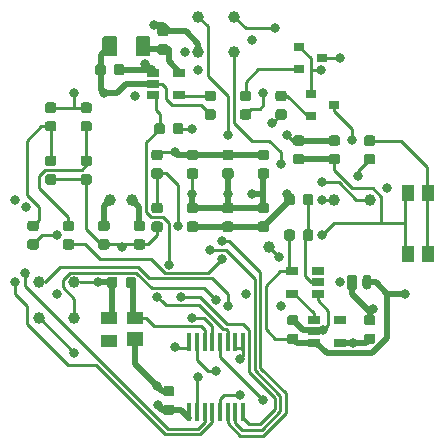
<source format=gbr>
G04 #@! TF.GenerationSoftware,KiCad,Pcbnew,5.1.4*
G04 #@! TF.CreationDate,2019-11-28T00:41:57+01:00*
G04 #@! TF.ProjectId,SICKWATCH1,5349434b-5741-4544-9348-312e6b696361,rev?*
G04 #@! TF.SameCoordinates,Original*
G04 #@! TF.FileFunction,Copper,L4,Bot*
G04 #@! TF.FilePolarity,Positive*
%FSLAX46Y46*%
G04 Gerber Fmt 4.6, Leading zero omitted, Abs format (unit mm)*
G04 Created by KiCad (PCBNEW 5.1.4) date 2019-11-28 00:41:57*
%MOMM*%
%LPD*%
G04 APERTURE LIST*
%ADD10C,1.000000*%
%ADD11C,0.100000*%
%ADD12C,0.875000*%
%ADD13O,0.800000X1.300000*%
%ADD14C,0.800000*%
%ADD15C,1.250000*%
%ADD16R,1.060000X0.650000*%
%ADD17R,1.400000X1.200000*%
%ADD18R,1.400000X1.000000*%
%ADD19R,0.900000X0.800000*%
%ADD20R,1.000000X1.450000*%
%ADD21R,0.450000X1.500000*%
%ADD22C,0.250000*%
%ADD23C,0.500000*%
G04 APERTURE END LIST*
D10*
X104500000Y-102000000D03*
D11*
G36*
X95277691Y-99851053D02*
G01*
X95298926Y-99854203D01*
X95319750Y-99859419D01*
X95339962Y-99866651D01*
X95359368Y-99875830D01*
X95377781Y-99886866D01*
X95395024Y-99899654D01*
X95410930Y-99914070D01*
X95425346Y-99929976D01*
X95438134Y-99947219D01*
X95449170Y-99965632D01*
X95458349Y-99985038D01*
X95465581Y-100005250D01*
X95470797Y-100026074D01*
X95473947Y-100047309D01*
X95475000Y-100068750D01*
X95475000Y-100506250D01*
X95473947Y-100527691D01*
X95470797Y-100548926D01*
X95465581Y-100569750D01*
X95458349Y-100589962D01*
X95449170Y-100609368D01*
X95438134Y-100627781D01*
X95425346Y-100645024D01*
X95410930Y-100660930D01*
X95395024Y-100675346D01*
X95377781Y-100688134D01*
X95359368Y-100699170D01*
X95339962Y-100708349D01*
X95319750Y-100715581D01*
X95298926Y-100720797D01*
X95277691Y-100723947D01*
X95256250Y-100725000D01*
X94743750Y-100725000D01*
X94722309Y-100723947D01*
X94701074Y-100720797D01*
X94680250Y-100715581D01*
X94660038Y-100708349D01*
X94640632Y-100699170D01*
X94622219Y-100688134D01*
X94604976Y-100675346D01*
X94589070Y-100660930D01*
X94574654Y-100645024D01*
X94561866Y-100627781D01*
X94550830Y-100609368D01*
X94541651Y-100589962D01*
X94534419Y-100569750D01*
X94529203Y-100548926D01*
X94526053Y-100527691D01*
X94525000Y-100506250D01*
X94525000Y-100068750D01*
X94526053Y-100047309D01*
X94529203Y-100026074D01*
X94534419Y-100005250D01*
X94541651Y-99985038D01*
X94550830Y-99965632D01*
X94561866Y-99947219D01*
X94574654Y-99929976D01*
X94589070Y-99914070D01*
X94604976Y-99899654D01*
X94622219Y-99886866D01*
X94640632Y-99875830D01*
X94660038Y-99866651D01*
X94680250Y-99859419D01*
X94701074Y-99854203D01*
X94722309Y-99851053D01*
X94743750Y-99850000D01*
X95256250Y-99850000D01*
X95277691Y-99851053D01*
X95277691Y-99851053D01*
G37*
D12*
X95000000Y-100287500D03*
D11*
G36*
X95277691Y-98276053D02*
G01*
X95298926Y-98279203D01*
X95319750Y-98284419D01*
X95339962Y-98291651D01*
X95359368Y-98300830D01*
X95377781Y-98311866D01*
X95395024Y-98324654D01*
X95410930Y-98339070D01*
X95425346Y-98354976D01*
X95438134Y-98372219D01*
X95449170Y-98390632D01*
X95458349Y-98410038D01*
X95465581Y-98430250D01*
X95470797Y-98451074D01*
X95473947Y-98472309D01*
X95475000Y-98493750D01*
X95475000Y-98931250D01*
X95473947Y-98952691D01*
X95470797Y-98973926D01*
X95465581Y-98994750D01*
X95458349Y-99014962D01*
X95449170Y-99034368D01*
X95438134Y-99052781D01*
X95425346Y-99070024D01*
X95410930Y-99085930D01*
X95395024Y-99100346D01*
X95377781Y-99113134D01*
X95359368Y-99124170D01*
X95339962Y-99133349D01*
X95319750Y-99140581D01*
X95298926Y-99145797D01*
X95277691Y-99148947D01*
X95256250Y-99150000D01*
X94743750Y-99150000D01*
X94722309Y-99148947D01*
X94701074Y-99145797D01*
X94680250Y-99140581D01*
X94660038Y-99133349D01*
X94640632Y-99124170D01*
X94622219Y-99113134D01*
X94604976Y-99100346D01*
X94589070Y-99085930D01*
X94574654Y-99070024D01*
X94561866Y-99052781D01*
X94550830Y-99034368D01*
X94541651Y-99014962D01*
X94534419Y-98994750D01*
X94529203Y-98973926D01*
X94526053Y-98952691D01*
X94525000Y-98931250D01*
X94525000Y-98493750D01*
X94526053Y-98472309D01*
X94529203Y-98451074D01*
X94534419Y-98430250D01*
X94541651Y-98410038D01*
X94550830Y-98390632D01*
X94561866Y-98372219D01*
X94574654Y-98354976D01*
X94589070Y-98339070D01*
X94604976Y-98324654D01*
X94622219Y-98311866D01*
X94640632Y-98300830D01*
X94660038Y-98291651D01*
X94680250Y-98284419D01*
X94701074Y-98279203D01*
X94722309Y-98276053D01*
X94743750Y-98275000D01*
X95256250Y-98275000D01*
X95277691Y-98276053D01*
X95277691Y-98276053D01*
G37*
D12*
X95000000Y-98712500D03*
D13*
X112750000Y-105000000D03*
D11*
G36*
X111719603Y-104350963D02*
G01*
X111739018Y-104353843D01*
X111758057Y-104358612D01*
X111776537Y-104365224D01*
X111794279Y-104373616D01*
X111811114Y-104383706D01*
X111826879Y-104395398D01*
X111841421Y-104408579D01*
X111854602Y-104423121D01*
X111866294Y-104438886D01*
X111876384Y-104455721D01*
X111884776Y-104473463D01*
X111891388Y-104491943D01*
X111896157Y-104510982D01*
X111899037Y-104530397D01*
X111900000Y-104550000D01*
X111900000Y-105450000D01*
X111899037Y-105469603D01*
X111896157Y-105489018D01*
X111891388Y-105508057D01*
X111884776Y-105526537D01*
X111876384Y-105544279D01*
X111866294Y-105561114D01*
X111854602Y-105576879D01*
X111841421Y-105591421D01*
X111826879Y-105604602D01*
X111811114Y-105616294D01*
X111794279Y-105626384D01*
X111776537Y-105634776D01*
X111758057Y-105641388D01*
X111739018Y-105646157D01*
X111719603Y-105649037D01*
X111700000Y-105650000D01*
X111300000Y-105650000D01*
X111280397Y-105649037D01*
X111260982Y-105646157D01*
X111241943Y-105641388D01*
X111223463Y-105634776D01*
X111205721Y-105626384D01*
X111188886Y-105616294D01*
X111173121Y-105604602D01*
X111158579Y-105591421D01*
X111145398Y-105576879D01*
X111133706Y-105561114D01*
X111123616Y-105544279D01*
X111115224Y-105526537D01*
X111108612Y-105508057D01*
X111103843Y-105489018D01*
X111100963Y-105469603D01*
X111100000Y-105450000D01*
X111100000Y-104550000D01*
X111100963Y-104530397D01*
X111103843Y-104510982D01*
X111108612Y-104491943D01*
X111115224Y-104473463D01*
X111123616Y-104455721D01*
X111133706Y-104438886D01*
X111145398Y-104423121D01*
X111158579Y-104408579D01*
X111173121Y-104395398D01*
X111188886Y-104383706D01*
X111205721Y-104373616D01*
X111223463Y-104365224D01*
X111241943Y-104358612D01*
X111260982Y-104353843D01*
X111280397Y-104350963D01*
X111300000Y-104350000D01*
X111700000Y-104350000D01*
X111719603Y-104350963D01*
X111719603Y-104350963D01*
G37*
D14*
X111500000Y-105000000D03*
D10*
X113000000Y-98000000D03*
X110000000Y-98000000D03*
X85000000Y-108050000D03*
X88000000Y-108000000D03*
X85000000Y-105000000D03*
X88000000Y-105000000D03*
D11*
G36*
X91399504Y-84126204D02*
G01*
X91423773Y-84129804D01*
X91447571Y-84135765D01*
X91470671Y-84144030D01*
X91492849Y-84154520D01*
X91513893Y-84167133D01*
X91533598Y-84181747D01*
X91551777Y-84198223D01*
X91568253Y-84216402D01*
X91582867Y-84236107D01*
X91595480Y-84257151D01*
X91605970Y-84279329D01*
X91614235Y-84302429D01*
X91620196Y-84326227D01*
X91623796Y-84350496D01*
X91625000Y-84375000D01*
X91625000Y-85625000D01*
X91623796Y-85649504D01*
X91620196Y-85673773D01*
X91614235Y-85697571D01*
X91605970Y-85720671D01*
X91595480Y-85742849D01*
X91582867Y-85763893D01*
X91568253Y-85783598D01*
X91551777Y-85801777D01*
X91533598Y-85818253D01*
X91513893Y-85832867D01*
X91492849Y-85845480D01*
X91470671Y-85855970D01*
X91447571Y-85864235D01*
X91423773Y-85870196D01*
X91399504Y-85873796D01*
X91375000Y-85875000D01*
X90625000Y-85875000D01*
X90600496Y-85873796D01*
X90576227Y-85870196D01*
X90552429Y-85864235D01*
X90529329Y-85855970D01*
X90507151Y-85845480D01*
X90486107Y-85832867D01*
X90466402Y-85818253D01*
X90448223Y-85801777D01*
X90431747Y-85783598D01*
X90417133Y-85763893D01*
X90404520Y-85742849D01*
X90394030Y-85720671D01*
X90385765Y-85697571D01*
X90379804Y-85673773D01*
X90376204Y-85649504D01*
X90375000Y-85625000D01*
X90375000Y-84375000D01*
X90376204Y-84350496D01*
X90379804Y-84326227D01*
X90385765Y-84302429D01*
X90394030Y-84279329D01*
X90404520Y-84257151D01*
X90417133Y-84236107D01*
X90431747Y-84216402D01*
X90448223Y-84198223D01*
X90466402Y-84181747D01*
X90486107Y-84167133D01*
X90507151Y-84154520D01*
X90529329Y-84144030D01*
X90552429Y-84135765D01*
X90576227Y-84129804D01*
X90600496Y-84126204D01*
X90625000Y-84125000D01*
X91375000Y-84125000D01*
X91399504Y-84126204D01*
X91399504Y-84126204D01*
G37*
D15*
X91000000Y-85000000D03*
D11*
G36*
X94199504Y-84126204D02*
G01*
X94223773Y-84129804D01*
X94247571Y-84135765D01*
X94270671Y-84144030D01*
X94292849Y-84154520D01*
X94313893Y-84167133D01*
X94333598Y-84181747D01*
X94351777Y-84198223D01*
X94368253Y-84216402D01*
X94382867Y-84236107D01*
X94395480Y-84257151D01*
X94405970Y-84279329D01*
X94414235Y-84302429D01*
X94420196Y-84326227D01*
X94423796Y-84350496D01*
X94425000Y-84375000D01*
X94425000Y-85625000D01*
X94423796Y-85649504D01*
X94420196Y-85673773D01*
X94414235Y-85697571D01*
X94405970Y-85720671D01*
X94395480Y-85742849D01*
X94382867Y-85763893D01*
X94368253Y-85783598D01*
X94351777Y-85801777D01*
X94333598Y-85818253D01*
X94313893Y-85832867D01*
X94292849Y-85845480D01*
X94270671Y-85855970D01*
X94247571Y-85864235D01*
X94223773Y-85870196D01*
X94199504Y-85873796D01*
X94175000Y-85875000D01*
X93425000Y-85875000D01*
X93400496Y-85873796D01*
X93376227Y-85870196D01*
X93352429Y-85864235D01*
X93329329Y-85855970D01*
X93307151Y-85845480D01*
X93286107Y-85832867D01*
X93266402Y-85818253D01*
X93248223Y-85801777D01*
X93231747Y-85783598D01*
X93217133Y-85763893D01*
X93204520Y-85742849D01*
X93194030Y-85720671D01*
X93185765Y-85697571D01*
X93179804Y-85673773D01*
X93176204Y-85649504D01*
X93175000Y-85625000D01*
X93175000Y-84375000D01*
X93176204Y-84350496D01*
X93179804Y-84326227D01*
X93185765Y-84302429D01*
X93194030Y-84279329D01*
X93204520Y-84257151D01*
X93217133Y-84236107D01*
X93231747Y-84216402D01*
X93248223Y-84198223D01*
X93266402Y-84181747D01*
X93286107Y-84167133D01*
X93307151Y-84154520D01*
X93329329Y-84144030D01*
X93352429Y-84135765D01*
X93376227Y-84129804D01*
X93400496Y-84126204D01*
X93425000Y-84125000D01*
X94175000Y-84125000D01*
X94199504Y-84126204D01*
X94199504Y-84126204D01*
G37*
D15*
X93800000Y-85000000D03*
D16*
X106400000Y-104050000D03*
X106400000Y-105950000D03*
X108600000Y-105950000D03*
X108600000Y-105000000D03*
X108600000Y-104050000D03*
D11*
G36*
X106452691Y-100526053D02*
G01*
X106473926Y-100529203D01*
X106494750Y-100534419D01*
X106514962Y-100541651D01*
X106534368Y-100550830D01*
X106552781Y-100561866D01*
X106570024Y-100574654D01*
X106585930Y-100589070D01*
X106600346Y-100604976D01*
X106613134Y-100622219D01*
X106624170Y-100640632D01*
X106633349Y-100660038D01*
X106640581Y-100680250D01*
X106645797Y-100701074D01*
X106648947Y-100722309D01*
X106650000Y-100743750D01*
X106650000Y-101256250D01*
X106648947Y-101277691D01*
X106645797Y-101298926D01*
X106640581Y-101319750D01*
X106633349Y-101339962D01*
X106624170Y-101359368D01*
X106613134Y-101377781D01*
X106600346Y-101395024D01*
X106585930Y-101410930D01*
X106570024Y-101425346D01*
X106552781Y-101438134D01*
X106534368Y-101449170D01*
X106514962Y-101458349D01*
X106494750Y-101465581D01*
X106473926Y-101470797D01*
X106452691Y-101473947D01*
X106431250Y-101475000D01*
X105993750Y-101475000D01*
X105972309Y-101473947D01*
X105951074Y-101470797D01*
X105930250Y-101465581D01*
X105910038Y-101458349D01*
X105890632Y-101449170D01*
X105872219Y-101438134D01*
X105854976Y-101425346D01*
X105839070Y-101410930D01*
X105824654Y-101395024D01*
X105811866Y-101377781D01*
X105800830Y-101359368D01*
X105791651Y-101339962D01*
X105784419Y-101319750D01*
X105779203Y-101298926D01*
X105776053Y-101277691D01*
X105775000Y-101256250D01*
X105775000Y-100743750D01*
X105776053Y-100722309D01*
X105779203Y-100701074D01*
X105784419Y-100680250D01*
X105791651Y-100660038D01*
X105800830Y-100640632D01*
X105811866Y-100622219D01*
X105824654Y-100604976D01*
X105839070Y-100589070D01*
X105854976Y-100574654D01*
X105872219Y-100561866D01*
X105890632Y-100550830D01*
X105910038Y-100541651D01*
X105930250Y-100534419D01*
X105951074Y-100529203D01*
X105972309Y-100526053D01*
X105993750Y-100525000D01*
X106431250Y-100525000D01*
X106452691Y-100526053D01*
X106452691Y-100526053D01*
G37*
D12*
X106212500Y-101000000D03*
D11*
G36*
X108027691Y-100526053D02*
G01*
X108048926Y-100529203D01*
X108069750Y-100534419D01*
X108089962Y-100541651D01*
X108109368Y-100550830D01*
X108127781Y-100561866D01*
X108145024Y-100574654D01*
X108160930Y-100589070D01*
X108175346Y-100604976D01*
X108188134Y-100622219D01*
X108199170Y-100640632D01*
X108208349Y-100660038D01*
X108215581Y-100680250D01*
X108220797Y-100701074D01*
X108223947Y-100722309D01*
X108225000Y-100743750D01*
X108225000Y-101256250D01*
X108223947Y-101277691D01*
X108220797Y-101298926D01*
X108215581Y-101319750D01*
X108208349Y-101339962D01*
X108199170Y-101359368D01*
X108188134Y-101377781D01*
X108175346Y-101395024D01*
X108160930Y-101410930D01*
X108145024Y-101425346D01*
X108127781Y-101438134D01*
X108109368Y-101449170D01*
X108089962Y-101458349D01*
X108069750Y-101465581D01*
X108048926Y-101470797D01*
X108027691Y-101473947D01*
X108006250Y-101475000D01*
X107568750Y-101475000D01*
X107547309Y-101473947D01*
X107526074Y-101470797D01*
X107505250Y-101465581D01*
X107485038Y-101458349D01*
X107465632Y-101449170D01*
X107447219Y-101438134D01*
X107429976Y-101425346D01*
X107414070Y-101410930D01*
X107399654Y-101395024D01*
X107386866Y-101377781D01*
X107375830Y-101359368D01*
X107366651Y-101339962D01*
X107359419Y-101319750D01*
X107354203Y-101298926D01*
X107351053Y-101277691D01*
X107350000Y-101256250D01*
X107350000Y-100743750D01*
X107351053Y-100722309D01*
X107354203Y-100701074D01*
X107359419Y-100680250D01*
X107366651Y-100660038D01*
X107375830Y-100640632D01*
X107386866Y-100622219D01*
X107399654Y-100604976D01*
X107414070Y-100589070D01*
X107429976Y-100574654D01*
X107447219Y-100561866D01*
X107465632Y-100550830D01*
X107485038Y-100541651D01*
X107505250Y-100534419D01*
X107526074Y-100529203D01*
X107547309Y-100526053D01*
X107568750Y-100525000D01*
X108006250Y-100525000D01*
X108027691Y-100526053D01*
X108027691Y-100526053D01*
G37*
D12*
X107787500Y-101000000D03*
D17*
X93100000Y-109770000D03*
D18*
X93100000Y-108050000D03*
X90900000Y-109950000D03*
X90900000Y-108050000D03*
D11*
G36*
X91452691Y-104526053D02*
G01*
X91473926Y-104529203D01*
X91494750Y-104534419D01*
X91514962Y-104541651D01*
X91534368Y-104550830D01*
X91552781Y-104561866D01*
X91570024Y-104574654D01*
X91585930Y-104589070D01*
X91600346Y-104604976D01*
X91613134Y-104622219D01*
X91624170Y-104640632D01*
X91633349Y-104660038D01*
X91640581Y-104680250D01*
X91645797Y-104701074D01*
X91648947Y-104722309D01*
X91650000Y-104743750D01*
X91650000Y-105256250D01*
X91648947Y-105277691D01*
X91645797Y-105298926D01*
X91640581Y-105319750D01*
X91633349Y-105339962D01*
X91624170Y-105359368D01*
X91613134Y-105377781D01*
X91600346Y-105395024D01*
X91585930Y-105410930D01*
X91570024Y-105425346D01*
X91552781Y-105438134D01*
X91534368Y-105449170D01*
X91514962Y-105458349D01*
X91494750Y-105465581D01*
X91473926Y-105470797D01*
X91452691Y-105473947D01*
X91431250Y-105475000D01*
X90993750Y-105475000D01*
X90972309Y-105473947D01*
X90951074Y-105470797D01*
X90930250Y-105465581D01*
X90910038Y-105458349D01*
X90890632Y-105449170D01*
X90872219Y-105438134D01*
X90854976Y-105425346D01*
X90839070Y-105410930D01*
X90824654Y-105395024D01*
X90811866Y-105377781D01*
X90800830Y-105359368D01*
X90791651Y-105339962D01*
X90784419Y-105319750D01*
X90779203Y-105298926D01*
X90776053Y-105277691D01*
X90775000Y-105256250D01*
X90775000Y-104743750D01*
X90776053Y-104722309D01*
X90779203Y-104701074D01*
X90784419Y-104680250D01*
X90791651Y-104660038D01*
X90800830Y-104640632D01*
X90811866Y-104622219D01*
X90824654Y-104604976D01*
X90839070Y-104589070D01*
X90854976Y-104574654D01*
X90872219Y-104561866D01*
X90890632Y-104550830D01*
X90910038Y-104541651D01*
X90930250Y-104534419D01*
X90951074Y-104529203D01*
X90972309Y-104526053D01*
X90993750Y-104525000D01*
X91431250Y-104525000D01*
X91452691Y-104526053D01*
X91452691Y-104526053D01*
G37*
D12*
X91212500Y-105000000D03*
D11*
G36*
X93027691Y-104526053D02*
G01*
X93048926Y-104529203D01*
X93069750Y-104534419D01*
X93089962Y-104541651D01*
X93109368Y-104550830D01*
X93127781Y-104561866D01*
X93145024Y-104574654D01*
X93160930Y-104589070D01*
X93175346Y-104604976D01*
X93188134Y-104622219D01*
X93199170Y-104640632D01*
X93208349Y-104660038D01*
X93215581Y-104680250D01*
X93220797Y-104701074D01*
X93223947Y-104722309D01*
X93225000Y-104743750D01*
X93225000Y-105256250D01*
X93223947Y-105277691D01*
X93220797Y-105298926D01*
X93215581Y-105319750D01*
X93208349Y-105339962D01*
X93199170Y-105359368D01*
X93188134Y-105377781D01*
X93175346Y-105395024D01*
X93160930Y-105410930D01*
X93145024Y-105425346D01*
X93127781Y-105438134D01*
X93109368Y-105449170D01*
X93089962Y-105458349D01*
X93069750Y-105465581D01*
X93048926Y-105470797D01*
X93027691Y-105473947D01*
X93006250Y-105475000D01*
X92568750Y-105475000D01*
X92547309Y-105473947D01*
X92526074Y-105470797D01*
X92505250Y-105465581D01*
X92485038Y-105458349D01*
X92465632Y-105449170D01*
X92447219Y-105438134D01*
X92429976Y-105425346D01*
X92414070Y-105410930D01*
X92399654Y-105395024D01*
X92386866Y-105377781D01*
X92375830Y-105359368D01*
X92366651Y-105339962D01*
X92359419Y-105319750D01*
X92354203Y-105298926D01*
X92351053Y-105277691D01*
X92350000Y-105256250D01*
X92350000Y-104743750D01*
X92351053Y-104722309D01*
X92354203Y-104701074D01*
X92359419Y-104680250D01*
X92366651Y-104660038D01*
X92375830Y-104640632D01*
X92386866Y-104622219D01*
X92399654Y-104604976D01*
X92414070Y-104589070D01*
X92429976Y-104574654D01*
X92447219Y-104561866D01*
X92465632Y-104550830D01*
X92485038Y-104541651D01*
X92505250Y-104534419D01*
X92526074Y-104529203D01*
X92547309Y-104526053D01*
X92568750Y-104525000D01*
X93006250Y-104525000D01*
X93027691Y-104526053D01*
X93027691Y-104526053D01*
G37*
D12*
X92787500Y-105000000D03*
D11*
G36*
X105777691Y-90351053D02*
G01*
X105798926Y-90354203D01*
X105819750Y-90359419D01*
X105839962Y-90366651D01*
X105859368Y-90375830D01*
X105877781Y-90386866D01*
X105895024Y-90399654D01*
X105910930Y-90414070D01*
X105925346Y-90429976D01*
X105938134Y-90447219D01*
X105949170Y-90465632D01*
X105958349Y-90485038D01*
X105965581Y-90505250D01*
X105970797Y-90526074D01*
X105973947Y-90547309D01*
X105975000Y-90568750D01*
X105975000Y-91006250D01*
X105973947Y-91027691D01*
X105970797Y-91048926D01*
X105965581Y-91069750D01*
X105958349Y-91089962D01*
X105949170Y-91109368D01*
X105938134Y-91127781D01*
X105925346Y-91145024D01*
X105910930Y-91160930D01*
X105895024Y-91175346D01*
X105877781Y-91188134D01*
X105859368Y-91199170D01*
X105839962Y-91208349D01*
X105819750Y-91215581D01*
X105798926Y-91220797D01*
X105777691Y-91223947D01*
X105756250Y-91225000D01*
X105243750Y-91225000D01*
X105222309Y-91223947D01*
X105201074Y-91220797D01*
X105180250Y-91215581D01*
X105160038Y-91208349D01*
X105140632Y-91199170D01*
X105122219Y-91188134D01*
X105104976Y-91175346D01*
X105089070Y-91160930D01*
X105074654Y-91145024D01*
X105061866Y-91127781D01*
X105050830Y-91109368D01*
X105041651Y-91089962D01*
X105034419Y-91069750D01*
X105029203Y-91048926D01*
X105026053Y-91027691D01*
X105025000Y-91006250D01*
X105025000Y-90568750D01*
X105026053Y-90547309D01*
X105029203Y-90526074D01*
X105034419Y-90505250D01*
X105041651Y-90485038D01*
X105050830Y-90465632D01*
X105061866Y-90447219D01*
X105074654Y-90429976D01*
X105089070Y-90414070D01*
X105104976Y-90399654D01*
X105122219Y-90386866D01*
X105140632Y-90375830D01*
X105160038Y-90366651D01*
X105180250Y-90359419D01*
X105201074Y-90354203D01*
X105222309Y-90351053D01*
X105243750Y-90350000D01*
X105756250Y-90350000D01*
X105777691Y-90351053D01*
X105777691Y-90351053D01*
G37*
D12*
X105500000Y-90787500D03*
D11*
G36*
X105777691Y-88776053D02*
G01*
X105798926Y-88779203D01*
X105819750Y-88784419D01*
X105839962Y-88791651D01*
X105859368Y-88800830D01*
X105877781Y-88811866D01*
X105895024Y-88824654D01*
X105910930Y-88839070D01*
X105925346Y-88854976D01*
X105938134Y-88872219D01*
X105949170Y-88890632D01*
X105958349Y-88910038D01*
X105965581Y-88930250D01*
X105970797Y-88951074D01*
X105973947Y-88972309D01*
X105975000Y-88993750D01*
X105975000Y-89431250D01*
X105973947Y-89452691D01*
X105970797Y-89473926D01*
X105965581Y-89494750D01*
X105958349Y-89514962D01*
X105949170Y-89534368D01*
X105938134Y-89552781D01*
X105925346Y-89570024D01*
X105910930Y-89585930D01*
X105895024Y-89600346D01*
X105877781Y-89613134D01*
X105859368Y-89624170D01*
X105839962Y-89633349D01*
X105819750Y-89640581D01*
X105798926Y-89645797D01*
X105777691Y-89648947D01*
X105756250Y-89650000D01*
X105243750Y-89650000D01*
X105222309Y-89648947D01*
X105201074Y-89645797D01*
X105180250Y-89640581D01*
X105160038Y-89633349D01*
X105140632Y-89624170D01*
X105122219Y-89613134D01*
X105104976Y-89600346D01*
X105089070Y-89585930D01*
X105074654Y-89570024D01*
X105061866Y-89552781D01*
X105050830Y-89534368D01*
X105041651Y-89514962D01*
X105034419Y-89494750D01*
X105029203Y-89473926D01*
X105026053Y-89452691D01*
X105025000Y-89431250D01*
X105025000Y-88993750D01*
X105026053Y-88972309D01*
X105029203Y-88951074D01*
X105034419Y-88930250D01*
X105041651Y-88910038D01*
X105050830Y-88890632D01*
X105061866Y-88872219D01*
X105074654Y-88854976D01*
X105089070Y-88839070D01*
X105104976Y-88824654D01*
X105122219Y-88811866D01*
X105140632Y-88800830D01*
X105160038Y-88791651D01*
X105180250Y-88784419D01*
X105201074Y-88779203D01*
X105222309Y-88776053D01*
X105243750Y-88775000D01*
X105756250Y-88775000D01*
X105777691Y-88776053D01*
X105777691Y-88776053D01*
G37*
D12*
X105500000Y-89212500D03*
D11*
G36*
X102777691Y-90351053D02*
G01*
X102798926Y-90354203D01*
X102819750Y-90359419D01*
X102839962Y-90366651D01*
X102859368Y-90375830D01*
X102877781Y-90386866D01*
X102895024Y-90399654D01*
X102910930Y-90414070D01*
X102925346Y-90429976D01*
X102938134Y-90447219D01*
X102949170Y-90465632D01*
X102958349Y-90485038D01*
X102965581Y-90505250D01*
X102970797Y-90526074D01*
X102973947Y-90547309D01*
X102975000Y-90568750D01*
X102975000Y-91006250D01*
X102973947Y-91027691D01*
X102970797Y-91048926D01*
X102965581Y-91069750D01*
X102958349Y-91089962D01*
X102949170Y-91109368D01*
X102938134Y-91127781D01*
X102925346Y-91145024D01*
X102910930Y-91160930D01*
X102895024Y-91175346D01*
X102877781Y-91188134D01*
X102859368Y-91199170D01*
X102839962Y-91208349D01*
X102819750Y-91215581D01*
X102798926Y-91220797D01*
X102777691Y-91223947D01*
X102756250Y-91225000D01*
X102243750Y-91225000D01*
X102222309Y-91223947D01*
X102201074Y-91220797D01*
X102180250Y-91215581D01*
X102160038Y-91208349D01*
X102140632Y-91199170D01*
X102122219Y-91188134D01*
X102104976Y-91175346D01*
X102089070Y-91160930D01*
X102074654Y-91145024D01*
X102061866Y-91127781D01*
X102050830Y-91109368D01*
X102041651Y-91089962D01*
X102034419Y-91069750D01*
X102029203Y-91048926D01*
X102026053Y-91027691D01*
X102025000Y-91006250D01*
X102025000Y-90568750D01*
X102026053Y-90547309D01*
X102029203Y-90526074D01*
X102034419Y-90505250D01*
X102041651Y-90485038D01*
X102050830Y-90465632D01*
X102061866Y-90447219D01*
X102074654Y-90429976D01*
X102089070Y-90414070D01*
X102104976Y-90399654D01*
X102122219Y-90386866D01*
X102140632Y-90375830D01*
X102160038Y-90366651D01*
X102180250Y-90359419D01*
X102201074Y-90354203D01*
X102222309Y-90351053D01*
X102243750Y-90350000D01*
X102756250Y-90350000D01*
X102777691Y-90351053D01*
X102777691Y-90351053D01*
G37*
D12*
X102500000Y-90787500D03*
D11*
G36*
X102777691Y-88776053D02*
G01*
X102798926Y-88779203D01*
X102819750Y-88784419D01*
X102839962Y-88791651D01*
X102859368Y-88800830D01*
X102877781Y-88811866D01*
X102895024Y-88824654D01*
X102910930Y-88839070D01*
X102925346Y-88854976D01*
X102938134Y-88872219D01*
X102949170Y-88890632D01*
X102958349Y-88910038D01*
X102965581Y-88930250D01*
X102970797Y-88951074D01*
X102973947Y-88972309D01*
X102975000Y-88993750D01*
X102975000Y-89431250D01*
X102973947Y-89452691D01*
X102970797Y-89473926D01*
X102965581Y-89494750D01*
X102958349Y-89514962D01*
X102949170Y-89534368D01*
X102938134Y-89552781D01*
X102925346Y-89570024D01*
X102910930Y-89585930D01*
X102895024Y-89600346D01*
X102877781Y-89613134D01*
X102859368Y-89624170D01*
X102839962Y-89633349D01*
X102819750Y-89640581D01*
X102798926Y-89645797D01*
X102777691Y-89648947D01*
X102756250Y-89650000D01*
X102243750Y-89650000D01*
X102222309Y-89648947D01*
X102201074Y-89645797D01*
X102180250Y-89640581D01*
X102160038Y-89633349D01*
X102140632Y-89624170D01*
X102122219Y-89613134D01*
X102104976Y-89600346D01*
X102089070Y-89585930D01*
X102074654Y-89570024D01*
X102061866Y-89552781D01*
X102050830Y-89534368D01*
X102041651Y-89514962D01*
X102034419Y-89494750D01*
X102029203Y-89473926D01*
X102026053Y-89452691D01*
X102025000Y-89431250D01*
X102025000Y-88993750D01*
X102026053Y-88972309D01*
X102029203Y-88951074D01*
X102034419Y-88930250D01*
X102041651Y-88910038D01*
X102050830Y-88890632D01*
X102061866Y-88872219D01*
X102074654Y-88854976D01*
X102089070Y-88839070D01*
X102104976Y-88824654D01*
X102122219Y-88811866D01*
X102140632Y-88800830D01*
X102160038Y-88791651D01*
X102180250Y-88784419D01*
X102201074Y-88779203D01*
X102222309Y-88776053D01*
X102243750Y-88775000D01*
X102756250Y-88775000D01*
X102777691Y-88776053D01*
X102777691Y-88776053D01*
G37*
D12*
X102500000Y-89212500D03*
D11*
G36*
X95452691Y-91526053D02*
G01*
X95473926Y-91529203D01*
X95494750Y-91534419D01*
X95514962Y-91541651D01*
X95534368Y-91550830D01*
X95552781Y-91561866D01*
X95570024Y-91574654D01*
X95585930Y-91589070D01*
X95600346Y-91604976D01*
X95613134Y-91622219D01*
X95624170Y-91640632D01*
X95633349Y-91660038D01*
X95640581Y-91680250D01*
X95645797Y-91701074D01*
X95648947Y-91722309D01*
X95650000Y-91743750D01*
X95650000Y-92256250D01*
X95648947Y-92277691D01*
X95645797Y-92298926D01*
X95640581Y-92319750D01*
X95633349Y-92339962D01*
X95624170Y-92359368D01*
X95613134Y-92377781D01*
X95600346Y-92395024D01*
X95585930Y-92410930D01*
X95570024Y-92425346D01*
X95552781Y-92438134D01*
X95534368Y-92449170D01*
X95514962Y-92458349D01*
X95494750Y-92465581D01*
X95473926Y-92470797D01*
X95452691Y-92473947D01*
X95431250Y-92475000D01*
X94993750Y-92475000D01*
X94972309Y-92473947D01*
X94951074Y-92470797D01*
X94930250Y-92465581D01*
X94910038Y-92458349D01*
X94890632Y-92449170D01*
X94872219Y-92438134D01*
X94854976Y-92425346D01*
X94839070Y-92410930D01*
X94824654Y-92395024D01*
X94811866Y-92377781D01*
X94800830Y-92359368D01*
X94791651Y-92339962D01*
X94784419Y-92319750D01*
X94779203Y-92298926D01*
X94776053Y-92277691D01*
X94775000Y-92256250D01*
X94775000Y-91743750D01*
X94776053Y-91722309D01*
X94779203Y-91701074D01*
X94784419Y-91680250D01*
X94791651Y-91660038D01*
X94800830Y-91640632D01*
X94811866Y-91622219D01*
X94824654Y-91604976D01*
X94839070Y-91589070D01*
X94854976Y-91574654D01*
X94872219Y-91561866D01*
X94890632Y-91550830D01*
X94910038Y-91541651D01*
X94930250Y-91534419D01*
X94951074Y-91529203D01*
X94972309Y-91526053D01*
X94993750Y-91525000D01*
X95431250Y-91525000D01*
X95452691Y-91526053D01*
X95452691Y-91526053D01*
G37*
D12*
X95212500Y-92000000D03*
D11*
G36*
X97027691Y-91526053D02*
G01*
X97048926Y-91529203D01*
X97069750Y-91534419D01*
X97089962Y-91541651D01*
X97109368Y-91550830D01*
X97127781Y-91561866D01*
X97145024Y-91574654D01*
X97160930Y-91589070D01*
X97175346Y-91604976D01*
X97188134Y-91622219D01*
X97199170Y-91640632D01*
X97208349Y-91660038D01*
X97215581Y-91680250D01*
X97220797Y-91701074D01*
X97223947Y-91722309D01*
X97225000Y-91743750D01*
X97225000Y-92256250D01*
X97223947Y-92277691D01*
X97220797Y-92298926D01*
X97215581Y-92319750D01*
X97208349Y-92339962D01*
X97199170Y-92359368D01*
X97188134Y-92377781D01*
X97175346Y-92395024D01*
X97160930Y-92410930D01*
X97145024Y-92425346D01*
X97127781Y-92438134D01*
X97109368Y-92449170D01*
X97089962Y-92458349D01*
X97069750Y-92465581D01*
X97048926Y-92470797D01*
X97027691Y-92473947D01*
X97006250Y-92475000D01*
X96568750Y-92475000D01*
X96547309Y-92473947D01*
X96526074Y-92470797D01*
X96505250Y-92465581D01*
X96485038Y-92458349D01*
X96465632Y-92449170D01*
X96447219Y-92438134D01*
X96429976Y-92425346D01*
X96414070Y-92410930D01*
X96399654Y-92395024D01*
X96386866Y-92377781D01*
X96375830Y-92359368D01*
X96366651Y-92339962D01*
X96359419Y-92319750D01*
X96354203Y-92298926D01*
X96351053Y-92277691D01*
X96350000Y-92256250D01*
X96350000Y-91743750D01*
X96351053Y-91722309D01*
X96354203Y-91701074D01*
X96359419Y-91680250D01*
X96366651Y-91660038D01*
X96375830Y-91640632D01*
X96386866Y-91622219D01*
X96399654Y-91604976D01*
X96414070Y-91589070D01*
X96429976Y-91574654D01*
X96447219Y-91561866D01*
X96465632Y-91550830D01*
X96485038Y-91541651D01*
X96505250Y-91534419D01*
X96526074Y-91529203D01*
X96547309Y-91526053D01*
X96568750Y-91525000D01*
X97006250Y-91525000D01*
X97027691Y-91526053D01*
X97027691Y-91526053D01*
G37*
D12*
X96787500Y-92000000D03*
D11*
G36*
X99777691Y-90351053D02*
G01*
X99798926Y-90354203D01*
X99819750Y-90359419D01*
X99839962Y-90366651D01*
X99859368Y-90375830D01*
X99877781Y-90386866D01*
X99895024Y-90399654D01*
X99910930Y-90414070D01*
X99925346Y-90429976D01*
X99938134Y-90447219D01*
X99949170Y-90465632D01*
X99958349Y-90485038D01*
X99965581Y-90505250D01*
X99970797Y-90526074D01*
X99973947Y-90547309D01*
X99975000Y-90568750D01*
X99975000Y-91006250D01*
X99973947Y-91027691D01*
X99970797Y-91048926D01*
X99965581Y-91069750D01*
X99958349Y-91089962D01*
X99949170Y-91109368D01*
X99938134Y-91127781D01*
X99925346Y-91145024D01*
X99910930Y-91160930D01*
X99895024Y-91175346D01*
X99877781Y-91188134D01*
X99859368Y-91199170D01*
X99839962Y-91208349D01*
X99819750Y-91215581D01*
X99798926Y-91220797D01*
X99777691Y-91223947D01*
X99756250Y-91225000D01*
X99243750Y-91225000D01*
X99222309Y-91223947D01*
X99201074Y-91220797D01*
X99180250Y-91215581D01*
X99160038Y-91208349D01*
X99140632Y-91199170D01*
X99122219Y-91188134D01*
X99104976Y-91175346D01*
X99089070Y-91160930D01*
X99074654Y-91145024D01*
X99061866Y-91127781D01*
X99050830Y-91109368D01*
X99041651Y-91089962D01*
X99034419Y-91069750D01*
X99029203Y-91048926D01*
X99026053Y-91027691D01*
X99025000Y-91006250D01*
X99025000Y-90568750D01*
X99026053Y-90547309D01*
X99029203Y-90526074D01*
X99034419Y-90505250D01*
X99041651Y-90485038D01*
X99050830Y-90465632D01*
X99061866Y-90447219D01*
X99074654Y-90429976D01*
X99089070Y-90414070D01*
X99104976Y-90399654D01*
X99122219Y-90386866D01*
X99140632Y-90375830D01*
X99160038Y-90366651D01*
X99180250Y-90359419D01*
X99201074Y-90354203D01*
X99222309Y-90351053D01*
X99243750Y-90350000D01*
X99756250Y-90350000D01*
X99777691Y-90351053D01*
X99777691Y-90351053D01*
G37*
D12*
X99500000Y-90787500D03*
D11*
G36*
X99777691Y-88776053D02*
G01*
X99798926Y-88779203D01*
X99819750Y-88784419D01*
X99839962Y-88791651D01*
X99859368Y-88800830D01*
X99877781Y-88811866D01*
X99895024Y-88824654D01*
X99910930Y-88839070D01*
X99925346Y-88854976D01*
X99938134Y-88872219D01*
X99949170Y-88890632D01*
X99958349Y-88910038D01*
X99965581Y-88930250D01*
X99970797Y-88951074D01*
X99973947Y-88972309D01*
X99975000Y-88993750D01*
X99975000Y-89431250D01*
X99973947Y-89452691D01*
X99970797Y-89473926D01*
X99965581Y-89494750D01*
X99958349Y-89514962D01*
X99949170Y-89534368D01*
X99938134Y-89552781D01*
X99925346Y-89570024D01*
X99910930Y-89585930D01*
X99895024Y-89600346D01*
X99877781Y-89613134D01*
X99859368Y-89624170D01*
X99839962Y-89633349D01*
X99819750Y-89640581D01*
X99798926Y-89645797D01*
X99777691Y-89648947D01*
X99756250Y-89650000D01*
X99243750Y-89650000D01*
X99222309Y-89648947D01*
X99201074Y-89645797D01*
X99180250Y-89640581D01*
X99160038Y-89633349D01*
X99140632Y-89624170D01*
X99122219Y-89613134D01*
X99104976Y-89600346D01*
X99089070Y-89585930D01*
X99074654Y-89570024D01*
X99061866Y-89552781D01*
X99050830Y-89534368D01*
X99041651Y-89514962D01*
X99034419Y-89494750D01*
X99029203Y-89473926D01*
X99026053Y-89452691D01*
X99025000Y-89431250D01*
X99025000Y-88993750D01*
X99026053Y-88972309D01*
X99029203Y-88951074D01*
X99034419Y-88930250D01*
X99041651Y-88910038D01*
X99050830Y-88890632D01*
X99061866Y-88872219D01*
X99074654Y-88854976D01*
X99089070Y-88839070D01*
X99104976Y-88824654D01*
X99122219Y-88811866D01*
X99140632Y-88800830D01*
X99160038Y-88791651D01*
X99180250Y-88784419D01*
X99201074Y-88779203D01*
X99222309Y-88776053D01*
X99243750Y-88775000D01*
X99756250Y-88775000D01*
X99777691Y-88776053D01*
X99777691Y-88776053D01*
G37*
D12*
X99500000Y-89212500D03*
D11*
G36*
X106452691Y-97526053D02*
G01*
X106473926Y-97529203D01*
X106494750Y-97534419D01*
X106514962Y-97541651D01*
X106534368Y-97550830D01*
X106552781Y-97561866D01*
X106570024Y-97574654D01*
X106585930Y-97589070D01*
X106600346Y-97604976D01*
X106613134Y-97622219D01*
X106624170Y-97640632D01*
X106633349Y-97660038D01*
X106640581Y-97680250D01*
X106645797Y-97701074D01*
X106648947Y-97722309D01*
X106650000Y-97743750D01*
X106650000Y-98256250D01*
X106648947Y-98277691D01*
X106645797Y-98298926D01*
X106640581Y-98319750D01*
X106633349Y-98339962D01*
X106624170Y-98359368D01*
X106613134Y-98377781D01*
X106600346Y-98395024D01*
X106585930Y-98410930D01*
X106570024Y-98425346D01*
X106552781Y-98438134D01*
X106534368Y-98449170D01*
X106514962Y-98458349D01*
X106494750Y-98465581D01*
X106473926Y-98470797D01*
X106452691Y-98473947D01*
X106431250Y-98475000D01*
X105993750Y-98475000D01*
X105972309Y-98473947D01*
X105951074Y-98470797D01*
X105930250Y-98465581D01*
X105910038Y-98458349D01*
X105890632Y-98449170D01*
X105872219Y-98438134D01*
X105854976Y-98425346D01*
X105839070Y-98410930D01*
X105824654Y-98395024D01*
X105811866Y-98377781D01*
X105800830Y-98359368D01*
X105791651Y-98339962D01*
X105784419Y-98319750D01*
X105779203Y-98298926D01*
X105776053Y-98277691D01*
X105775000Y-98256250D01*
X105775000Y-97743750D01*
X105776053Y-97722309D01*
X105779203Y-97701074D01*
X105784419Y-97680250D01*
X105791651Y-97660038D01*
X105800830Y-97640632D01*
X105811866Y-97622219D01*
X105824654Y-97604976D01*
X105839070Y-97589070D01*
X105854976Y-97574654D01*
X105872219Y-97561866D01*
X105890632Y-97550830D01*
X105910038Y-97541651D01*
X105930250Y-97534419D01*
X105951074Y-97529203D01*
X105972309Y-97526053D01*
X105993750Y-97525000D01*
X106431250Y-97525000D01*
X106452691Y-97526053D01*
X106452691Y-97526053D01*
G37*
D12*
X106212500Y-98000000D03*
D11*
G36*
X108027691Y-97526053D02*
G01*
X108048926Y-97529203D01*
X108069750Y-97534419D01*
X108089962Y-97541651D01*
X108109368Y-97550830D01*
X108127781Y-97561866D01*
X108145024Y-97574654D01*
X108160930Y-97589070D01*
X108175346Y-97604976D01*
X108188134Y-97622219D01*
X108199170Y-97640632D01*
X108208349Y-97660038D01*
X108215581Y-97680250D01*
X108220797Y-97701074D01*
X108223947Y-97722309D01*
X108225000Y-97743750D01*
X108225000Y-98256250D01*
X108223947Y-98277691D01*
X108220797Y-98298926D01*
X108215581Y-98319750D01*
X108208349Y-98339962D01*
X108199170Y-98359368D01*
X108188134Y-98377781D01*
X108175346Y-98395024D01*
X108160930Y-98410930D01*
X108145024Y-98425346D01*
X108127781Y-98438134D01*
X108109368Y-98449170D01*
X108089962Y-98458349D01*
X108069750Y-98465581D01*
X108048926Y-98470797D01*
X108027691Y-98473947D01*
X108006250Y-98475000D01*
X107568750Y-98475000D01*
X107547309Y-98473947D01*
X107526074Y-98470797D01*
X107505250Y-98465581D01*
X107485038Y-98458349D01*
X107465632Y-98449170D01*
X107447219Y-98438134D01*
X107429976Y-98425346D01*
X107414070Y-98410930D01*
X107399654Y-98395024D01*
X107386866Y-98377781D01*
X107375830Y-98359368D01*
X107366651Y-98339962D01*
X107359419Y-98319750D01*
X107354203Y-98298926D01*
X107351053Y-98277691D01*
X107350000Y-98256250D01*
X107350000Y-97743750D01*
X107351053Y-97722309D01*
X107354203Y-97701074D01*
X107359419Y-97680250D01*
X107366651Y-97660038D01*
X107375830Y-97640632D01*
X107386866Y-97622219D01*
X107399654Y-97604976D01*
X107414070Y-97589070D01*
X107429976Y-97574654D01*
X107447219Y-97561866D01*
X107465632Y-97550830D01*
X107485038Y-97541651D01*
X107505250Y-97534419D01*
X107526074Y-97529203D01*
X107547309Y-97526053D01*
X107568750Y-97525000D01*
X108006250Y-97525000D01*
X108027691Y-97526053D01*
X108027691Y-97526053D01*
G37*
D12*
X107787500Y-98000000D03*
D11*
G36*
X113277691Y-92563553D02*
G01*
X113298926Y-92566703D01*
X113319750Y-92571919D01*
X113339962Y-92579151D01*
X113359368Y-92588330D01*
X113377781Y-92599366D01*
X113395024Y-92612154D01*
X113410930Y-92626570D01*
X113425346Y-92642476D01*
X113438134Y-92659719D01*
X113449170Y-92678132D01*
X113458349Y-92697538D01*
X113465581Y-92717750D01*
X113470797Y-92738574D01*
X113473947Y-92759809D01*
X113475000Y-92781250D01*
X113475000Y-93218750D01*
X113473947Y-93240191D01*
X113470797Y-93261426D01*
X113465581Y-93282250D01*
X113458349Y-93302462D01*
X113449170Y-93321868D01*
X113438134Y-93340281D01*
X113425346Y-93357524D01*
X113410930Y-93373430D01*
X113395024Y-93387846D01*
X113377781Y-93400634D01*
X113359368Y-93411670D01*
X113339962Y-93420849D01*
X113319750Y-93428081D01*
X113298926Y-93433297D01*
X113277691Y-93436447D01*
X113256250Y-93437500D01*
X112743750Y-93437500D01*
X112722309Y-93436447D01*
X112701074Y-93433297D01*
X112680250Y-93428081D01*
X112660038Y-93420849D01*
X112640632Y-93411670D01*
X112622219Y-93400634D01*
X112604976Y-93387846D01*
X112589070Y-93373430D01*
X112574654Y-93357524D01*
X112561866Y-93340281D01*
X112550830Y-93321868D01*
X112541651Y-93302462D01*
X112534419Y-93282250D01*
X112529203Y-93261426D01*
X112526053Y-93240191D01*
X112525000Y-93218750D01*
X112525000Y-92781250D01*
X112526053Y-92759809D01*
X112529203Y-92738574D01*
X112534419Y-92717750D01*
X112541651Y-92697538D01*
X112550830Y-92678132D01*
X112561866Y-92659719D01*
X112574654Y-92642476D01*
X112589070Y-92626570D01*
X112604976Y-92612154D01*
X112622219Y-92599366D01*
X112640632Y-92588330D01*
X112660038Y-92579151D01*
X112680250Y-92571919D01*
X112701074Y-92566703D01*
X112722309Y-92563553D01*
X112743750Y-92562500D01*
X113256250Y-92562500D01*
X113277691Y-92563553D01*
X113277691Y-92563553D01*
G37*
D12*
X113000000Y-93000000D03*
D11*
G36*
X113277691Y-94138553D02*
G01*
X113298926Y-94141703D01*
X113319750Y-94146919D01*
X113339962Y-94154151D01*
X113359368Y-94163330D01*
X113377781Y-94174366D01*
X113395024Y-94187154D01*
X113410930Y-94201570D01*
X113425346Y-94217476D01*
X113438134Y-94234719D01*
X113449170Y-94253132D01*
X113458349Y-94272538D01*
X113465581Y-94292750D01*
X113470797Y-94313574D01*
X113473947Y-94334809D01*
X113475000Y-94356250D01*
X113475000Y-94793750D01*
X113473947Y-94815191D01*
X113470797Y-94836426D01*
X113465581Y-94857250D01*
X113458349Y-94877462D01*
X113449170Y-94896868D01*
X113438134Y-94915281D01*
X113425346Y-94932524D01*
X113410930Y-94948430D01*
X113395024Y-94962846D01*
X113377781Y-94975634D01*
X113359368Y-94986670D01*
X113339962Y-94995849D01*
X113319750Y-95003081D01*
X113298926Y-95008297D01*
X113277691Y-95011447D01*
X113256250Y-95012500D01*
X112743750Y-95012500D01*
X112722309Y-95011447D01*
X112701074Y-95008297D01*
X112680250Y-95003081D01*
X112660038Y-94995849D01*
X112640632Y-94986670D01*
X112622219Y-94975634D01*
X112604976Y-94962846D01*
X112589070Y-94948430D01*
X112574654Y-94932524D01*
X112561866Y-94915281D01*
X112550830Y-94896868D01*
X112541651Y-94877462D01*
X112534419Y-94857250D01*
X112529203Y-94836426D01*
X112526053Y-94815191D01*
X112525000Y-94793750D01*
X112525000Y-94356250D01*
X112526053Y-94334809D01*
X112529203Y-94313574D01*
X112534419Y-94292750D01*
X112541651Y-94272538D01*
X112550830Y-94253132D01*
X112561866Y-94234719D01*
X112574654Y-94217476D01*
X112589070Y-94201570D01*
X112604976Y-94187154D01*
X112622219Y-94174366D01*
X112640632Y-94163330D01*
X112660038Y-94154151D01*
X112680250Y-94146919D01*
X112701074Y-94141703D01*
X112722309Y-94138553D01*
X112743750Y-94137500D01*
X113256250Y-94137500D01*
X113277691Y-94138553D01*
X113277691Y-94138553D01*
G37*
D12*
X113000000Y-94575000D03*
D11*
G36*
X107277691Y-92563553D02*
G01*
X107298926Y-92566703D01*
X107319750Y-92571919D01*
X107339962Y-92579151D01*
X107359368Y-92588330D01*
X107377781Y-92599366D01*
X107395024Y-92612154D01*
X107410930Y-92626570D01*
X107425346Y-92642476D01*
X107438134Y-92659719D01*
X107449170Y-92678132D01*
X107458349Y-92697538D01*
X107465581Y-92717750D01*
X107470797Y-92738574D01*
X107473947Y-92759809D01*
X107475000Y-92781250D01*
X107475000Y-93218750D01*
X107473947Y-93240191D01*
X107470797Y-93261426D01*
X107465581Y-93282250D01*
X107458349Y-93302462D01*
X107449170Y-93321868D01*
X107438134Y-93340281D01*
X107425346Y-93357524D01*
X107410930Y-93373430D01*
X107395024Y-93387846D01*
X107377781Y-93400634D01*
X107359368Y-93411670D01*
X107339962Y-93420849D01*
X107319750Y-93428081D01*
X107298926Y-93433297D01*
X107277691Y-93436447D01*
X107256250Y-93437500D01*
X106743750Y-93437500D01*
X106722309Y-93436447D01*
X106701074Y-93433297D01*
X106680250Y-93428081D01*
X106660038Y-93420849D01*
X106640632Y-93411670D01*
X106622219Y-93400634D01*
X106604976Y-93387846D01*
X106589070Y-93373430D01*
X106574654Y-93357524D01*
X106561866Y-93340281D01*
X106550830Y-93321868D01*
X106541651Y-93302462D01*
X106534419Y-93282250D01*
X106529203Y-93261426D01*
X106526053Y-93240191D01*
X106525000Y-93218750D01*
X106525000Y-92781250D01*
X106526053Y-92759809D01*
X106529203Y-92738574D01*
X106534419Y-92717750D01*
X106541651Y-92697538D01*
X106550830Y-92678132D01*
X106561866Y-92659719D01*
X106574654Y-92642476D01*
X106589070Y-92626570D01*
X106604976Y-92612154D01*
X106622219Y-92599366D01*
X106640632Y-92588330D01*
X106660038Y-92579151D01*
X106680250Y-92571919D01*
X106701074Y-92566703D01*
X106722309Y-92563553D01*
X106743750Y-92562500D01*
X107256250Y-92562500D01*
X107277691Y-92563553D01*
X107277691Y-92563553D01*
G37*
D12*
X107000000Y-93000000D03*
D11*
G36*
X107277691Y-94138553D02*
G01*
X107298926Y-94141703D01*
X107319750Y-94146919D01*
X107339962Y-94154151D01*
X107359368Y-94163330D01*
X107377781Y-94174366D01*
X107395024Y-94187154D01*
X107410930Y-94201570D01*
X107425346Y-94217476D01*
X107438134Y-94234719D01*
X107449170Y-94253132D01*
X107458349Y-94272538D01*
X107465581Y-94292750D01*
X107470797Y-94313574D01*
X107473947Y-94334809D01*
X107475000Y-94356250D01*
X107475000Y-94793750D01*
X107473947Y-94815191D01*
X107470797Y-94836426D01*
X107465581Y-94857250D01*
X107458349Y-94877462D01*
X107449170Y-94896868D01*
X107438134Y-94915281D01*
X107425346Y-94932524D01*
X107410930Y-94948430D01*
X107395024Y-94962846D01*
X107377781Y-94975634D01*
X107359368Y-94986670D01*
X107339962Y-94995849D01*
X107319750Y-95003081D01*
X107298926Y-95008297D01*
X107277691Y-95011447D01*
X107256250Y-95012500D01*
X106743750Y-95012500D01*
X106722309Y-95011447D01*
X106701074Y-95008297D01*
X106680250Y-95003081D01*
X106660038Y-94995849D01*
X106640632Y-94986670D01*
X106622219Y-94975634D01*
X106604976Y-94962846D01*
X106589070Y-94948430D01*
X106574654Y-94932524D01*
X106561866Y-94915281D01*
X106550830Y-94896868D01*
X106541651Y-94877462D01*
X106534419Y-94857250D01*
X106529203Y-94836426D01*
X106526053Y-94815191D01*
X106525000Y-94793750D01*
X106525000Y-94356250D01*
X106526053Y-94334809D01*
X106529203Y-94313574D01*
X106534419Y-94292750D01*
X106541651Y-94272538D01*
X106550830Y-94253132D01*
X106561866Y-94234719D01*
X106574654Y-94217476D01*
X106589070Y-94201570D01*
X106604976Y-94187154D01*
X106622219Y-94174366D01*
X106640632Y-94163330D01*
X106660038Y-94154151D01*
X106680250Y-94146919D01*
X106701074Y-94141703D01*
X106722309Y-94138553D01*
X106743750Y-94137500D01*
X107256250Y-94137500D01*
X107277691Y-94138553D01*
X107277691Y-94138553D01*
G37*
D12*
X107000000Y-94575000D03*
D11*
G36*
X95277691Y-93776053D02*
G01*
X95298926Y-93779203D01*
X95319750Y-93784419D01*
X95339962Y-93791651D01*
X95359368Y-93800830D01*
X95377781Y-93811866D01*
X95395024Y-93824654D01*
X95410930Y-93839070D01*
X95425346Y-93854976D01*
X95438134Y-93872219D01*
X95449170Y-93890632D01*
X95458349Y-93910038D01*
X95465581Y-93930250D01*
X95470797Y-93951074D01*
X95473947Y-93972309D01*
X95475000Y-93993750D01*
X95475000Y-94431250D01*
X95473947Y-94452691D01*
X95470797Y-94473926D01*
X95465581Y-94494750D01*
X95458349Y-94514962D01*
X95449170Y-94534368D01*
X95438134Y-94552781D01*
X95425346Y-94570024D01*
X95410930Y-94585930D01*
X95395024Y-94600346D01*
X95377781Y-94613134D01*
X95359368Y-94624170D01*
X95339962Y-94633349D01*
X95319750Y-94640581D01*
X95298926Y-94645797D01*
X95277691Y-94648947D01*
X95256250Y-94650000D01*
X94743750Y-94650000D01*
X94722309Y-94648947D01*
X94701074Y-94645797D01*
X94680250Y-94640581D01*
X94660038Y-94633349D01*
X94640632Y-94624170D01*
X94622219Y-94613134D01*
X94604976Y-94600346D01*
X94589070Y-94585930D01*
X94574654Y-94570024D01*
X94561866Y-94552781D01*
X94550830Y-94534368D01*
X94541651Y-94514962D01*
X94534419Y-94494750D01*
X94529203Y-94473926D01*
X94526053Y-94452691D01*
X94525000Y-94431250D01*
X94525000Y-93993750D01*
X94526053Y-93972309D01*
X94529203Y-93951074D01*
X94534419Y-93930250D01*
X94541651Y-93910038D01*
X94550830Y-93890632D01*
X94561866Y-93872219D01*
X94574654Y-93854976D01*
X94589070Y-93839070D01*
X94604976Y-93824654D01*
X94622219Y-93811866D01*
X94640632Y-93800830D01*
X94660038Y-93791651D01*
X94680250Y-93784419D01*
X94701074Y-93779203D01*
X94722309Y-93776053D01*
X94743750Y-93775000D01*
X95256250Y-93775000D01*
X95277691Y-93776053D01*
X95277691Y-93776053D01*
G37*
D12*
X95000000Y-94212500D03*
D11*
G36*
X95277691Y-95351053D02*
G01*
X95298926Y-95354203D01*
X95319750Y-95359419D01*
X95339962Y-95366651D01*
X95359368Y-95375830D01*
X95377781Y-95386866D01*
X95395024Y-95399654D01*
X95410930Y-95414070D01*
X95425346Y-95429976D01*
X95438134Y-95447219D01*
X95449170Y-95465632D01*
X95458349Y-95485038D01*
X95465581Y-95505250D01*
X95470797Y-95526074D01*
X95473947Y-95547309D01*
X95475000Y-95568750D01*
X95475000Y-96006250D01*
X95473947Y-96027691D01*
X95470797Y-96048926D01*
X95465581Y-96069750D01*
X95458349Y-96089962D01*
X95449170Y-96109368D01*
X95438134Y-96127781D01*
X95425346Y-96145024D01*
X95410930Y-96160930D01*
X95395024Y-96175346D01*
X95377781Y-96188134D01*
X95359368Y-96199170D01*
X95339962Y-96208349D01*
X95319750Y-96215581D01*
X95298926Y-96220797D01*
X95277691Y-96223947D01*
X95256250Y-96225000D01*
X94743750Y-96225000D01*
X94722309Y-96223947D01*
X94701074Y-96220797D01*
X94680250Y-96215581D01*
X94660038Y-96208349D01*
X94640632Y-96199170D01*
X94622219Y-96188134D01*
X94604976Y-96175346D01*
X94589070Y-96160930D01*
X94574654Y-96145024D01*
X94561866Y-96127781D01*
X94550830Y-96109368D01*
X94541651Y-96089962D01*
X94534419Y-96069750D01*
X94529203Y-96048926D01*
X94526053Y-96027691D01*
X94525000Y-96006250D01*
X94525000Y-95568750D01*
X94526053Y-95547309D01*
X94529203Y-95526074D01*
X94534419Y-95505250D01*
X94541651Y-95485038D01*
X94550830Y-95465632D01*
X94561866Y-95447219D01*
X94574654Y-95429976D01*
X94589070Y-95414070D01*
X94604976Y-95399654D01*
X94622219Y-95386866D01*
X94640632Y-95375830D01*
X94660038Y-95366651D01*
X94680250Y-95359419D01*
X94701074Y-95354203D01*
X94722309Y-95351053D01*
X94743750Y-95350000D01*
X95256250Y-95350000D01*
X95277691Y-95351053D01*
X95277691Y-95351053D01*
G37*
D12*
X95000000Y-95787500D03*
D11*
G36*
X84777691Y-99776053D02*
G01*
X84798926Y-99779203D01*
X84819750Y-99784419D01*
X84839962Y-99791651D01*
X84859368Y-99800830D01*
X84877781Y-99811866D01*
X84895024Y-99824654D01*
X84910930Y-99839070D01*
X84925346Y-99854976D01*
X84938134Y-99872219D01*
X84949170Y-99890632D01*
X84958349Y-99910038D01*
X84965581Y-99930250D01*
X84970797Y-99951074D01*
X84973947Y-99972309D01*
X84975000Y-99993750D01*
X84975000Y-100431250D01*
X84973947Y-100452691D01*
X84970797Y-100473926D01*
X84965581Y-100494750D01*
X84958349Y-100514962D01*
X84949170Y-100534368D01*
X84938134Y-100552781D01*
X84925346Y-100570024D01*
X84910930Y-100585930D01*
X84895024Y-100600346D01*
X84877781Y-100613134D01*
X84859368Y-100624170D01*
X84839962Y-100633349D01*
X84819750Y-100640581D01*
X84798926Y-100645797D01*
X84777691Y-100648947D01*
X84756250Y-100650000D01*
X84243750Y-100650000D01*
X84222309Y-100648947D01*
X84201074Y-100645797D01*
X84180250Y-100640581D01*
X84160038Y-100633349D01*
X84140632Y-100624170D01*
X84122219Y-100613134D01*
X84104976Y-100600346D01*
X84089070Y-100585930D01*
X84074654Y-100570024D01*
X84061866Y-100552781D01*
X84050830Y-100534368D01*
X84041651Y-100514962D01*
X84034419Y-100494750D01*
X84029203Y-100473926D01*
X84026053Y-100452691D01*
X84025000Y-100431250D01*
X84025000Y-99993750D01*
X84026053Y-99972309D01*
X84029203Y-99951074D01*
X84034419Y-99930250D01*
X84041651Y-99910038D01*
X84050830Y-99890632D01*
X84061866Y-99872219D01*
X84074654Y-99854976D01*
X84089070Y-99839070D01*
X84104976Y-99824654D01*
X84122219Y-99811866D01*
X84140632Y-99800830D01*
X84160038Y-99791651D01*
X84180250Y-99784419D01*
X84201074Y-99779203D01*
X84222309Y-99776053D01*
X84243750Y-99775000D01*
X84756250Y-99775000D01*
X84777691Y-99776053D01*
X84777691Y-99776053D01*
G37*
D12*
X84500000Y-100212500D03*
D11*
G36*
X84777691Y-101351053D02*
G01*
X84798926Y-101354203D01*
X84819750Y-101359419D01*
X84839962Y-101366651D01*
X84859368Y-101375830D01*
X84877781Y-101386866D01*
X84895024Y-101399654D01*
X84910930Y-101414070D01*
X84925346Y-101429976D01*
X84938134Y-101447219D01*
X84949170Y-101465632D01*
X84958349Y-101485038D01*
X84965581Y-101505250D01*
X84970797Y-101526074D01*
X84973947Y-101547309D01*
X84975000Y-101568750D01*
X84975000Y-102006250D01*
X84973947Y-102027691D01*
X84970797Y-102048926D01*
X84965581Y-102069750D01*
X84958349Y-102089962D01*
X84949170Y-102109368D01*
X84938134Y-102127781D01*
X84925346Y-102145024D01*
X84910930Y-102160930D01*
X84895024Y-102175346D01*
X84877781Y-102188134D01*
X84859368Y-102199170D01*
X84839962Y-102208349D01*
X84819750Y-102215581D01*
X84798926Y-102220797D01*
X84777691Y-102223947D01*
X84756250Y-102225000D01*
X84243750Y-102225000D01*
X84222309Y-102223947D01*
X84201074Y-102220797D01*
X84180250Y-102215581D01*
X84160038Y-102208349D01*
X84140632Y-102199170D01*
X84122219Y-102188134D01*
X84104976Y-102175346D01*
X84089070Y-102160930D01*
X84074654Y-102145024D01*
X84061866Y-102127781D01*
X84050830Y-102109368D01*
X84041651Y-102089962D01*
X84034419Y-102069750D01*
X84029203Y-102048926D01*
X84026053Y-102027691D01*
X84025000Y-102006250D01*
X84025000Y-101568750D01*
X84026053Y-101547309D01*
X84029203Y-101526074D01*
X84034419Y-101505250D01*
X84041651Y-101485038D01*
X84050830Y-101465632D01*
X84061866Y-101447219D01*
X84074654Y-101429976D01*
X84089070Y-101414070D01*
X84104976Y-101399654D01*
X84122219Y-101386866D01*
X84140632Y-101375830D01*
X84160038Y-101366651D01*
X84180250Y-101359419D01*
X84201074Y-101354203D01*
X84222309Y-101351053D01*
X84243750Y-101350000D01*
X84756250Y-101350000D01*
X84777691Y-101351053D01*
X84777691Y-101351053D01*
G37*
D12*
X84500000Y-101787500D03*
D11*
G36*
X86277691Y-95851053D02*
G01*
X86298926Y-95854203D01*
X86319750Y-95859419D01*
X86339962Y-95866651D01*
X86359368Y-95875830D01*
X86377781Y-95886866D01*
X86395024Y-95899654D01*
X86410930Y-95914070D01*
X86425346Y-95929976D01*
X86438134Y-95947219D01*
X86449170Y-95965632D01*
X86458349Y-95985038D01*
X86465581Y-96005250D01*
X86470797Y-96026074D01*
X86473947Y-96047309D01*
X86475000Y-96068750D01*
X86475000Y-96506250D01*
X86473947Y-96527691D01*
X86470797Y-96548926D01*
X86465581Y-96569750D01*
X86458349Y-96589962D01*
X86449170Y-96609368D01*
X86438134Y-96627781D01*
X86425346Y-96645024D01*
X86410930Y-96660930D01*
X86395024Y-96675346D01*
X86377781Y-96688134D01*
X86359368Y-96699170D01*
X86339962Y-96708349D01*
X86319750Y-96715581D01*
X86298926Y-96720797D01*
X86277691Y-96723947D01*
X86256250Y-96725000D01*
X85743750Y-96725000D01*
X85722309Y-96723947D01*
X85701074Y-96720797D01*
X85680250Y-96715581D01*
X85660038Y-96708349D01*
X85640632Y-96699170D01*
X85622219Y-96688134D01*
X85604976Y-96675346D01*
X85589070Y-96660930D01*
X85574654Y-96645024D01*
X85561866Y-96627781D01*
X85550830Y-96609368D01*
X85541651Y-96589962D01*
X85534419Y-96569750D01*
X85529203Y-96548926D01*
X85526053Y-96527691D01*
X85525000Y-96506250D01*
X85525000Y-96068750D01*
X85526053Y-96047309D01*
X85529203Y-96026074D01*
X85534419Y-96005250D01*
X85541651Y-95985038D01*
X85550830Y-95965632D01*
X85561866Y-95947219D01*
X85574654Y-95929976D01*
X85589070Y-95914070D01*
X85604976Y-95899654D01*
X85622219Y-95886866D01*
X85640632Y-95875830D01*
X85660038Y-95866651D01*
X85680250Y-95859419D01*
X85701074Y-95854203D01*
X85722309Y-95851053D01*
X85743750Y-95850000D01*
X86256250Y-95850000D01*
X86277691Y-95851053D01*
X86277691Y-95851053D01*
G37*
D12*
X86000000Y-96287500D03*
D11*
G36*
X86277691Y-94276053D02*
G01*
X86298926Y-94279203D01*
X86319750Y-94284419D01*
X86339962Y-94291651D01*
X86359368Y-94300830D01*
X86377781Y-94311866D01*
X86395024Y-94324654D01*
X86410930Y-94339070D01*
X86425346Y-94354976D01*
X86438134Y-94372219D01*
X86449170Y-94390632D01*
X86458349Y-94410038D01*
X86465581Y-94430250D01*
X86470797Y-94451074D01*
X86473947Y-94472309D01*
X86475000Y-94493750D01*
X86475000Y-94931250D01*
X86473947Y-94952691D01*
X86470797Y-94973926D01*
X86465581Y-94994750D01*
X86458349Y-95014962D01*
X86449170Y-95034368D01*
X86438134Y-95052781D01*
X86425346Y-95070024D01*
X86410930Y-95085930D01*
X86395024Y-95100346D01*
X86377781Y-95113134D01*
X86359368Y-95124170D01*
X86339962Y-95133349D01*
X86319750Y-95140581D01*
X86298926Y-95145797D01*
X86277691Y-95148947D01*
X86256250Y-95150000D01*
X85743750Y-95150000D01*
X85722309Y-95148947D01*
X85701074Y-95145797D01*
X85680250Y-95140581D01*
X85660038Y-95133349D01*
X85640632Y-95124170D01*
X85622219Y-95113134D01*
X85604976Y-95100346D01*
X85589070Y-95085930D01*
X85574654Y-95070024D01*
X85561866Y-95052781D01*
X85550830Y-95034368D01*
X85541651Y-95014962D01*
X85534419Y-94994750D01*
X85529203Y-94973926D01*
X85526053Y-94952691D01*
X85525000Y-94931250D01*
X85525000Y-94493750D01*
X85526053Y-94472309D01*
X85529203Y-94451074D01*
X85534419Y-94430250D01*
X85541651Y-94410038D01*
X85550830Y-94390632D01*
X85561866Y-94372219D01*
X85574654Y-94354976D01*
X85589070Y-94339070D01*
X85604976Y-94324654D01*
X85622219Y-94311866D01*
X85640632Y-94300830D01*
X85660038Y-94291651D01*
X85680250Y-94284419D01*
X85701074Y-94279203D01*
X85722309Y-94276053D01*
X85743750Y-94275000D01*
X86256250Y-94275000D01*
X86277691Y-94276053D01*
X86277691Y-94276053D01*
G37*
D12*
X86000000Y-94712500D03*
D11*
G36*
X86277691Y-91351053D02*
G01*
X86298926Y-91354203D01*
X86319750Y-91359419D01*
X86339962Y-91366651D01*
X86359368Y-91375830D01*
X86377781Y-91386866D01*
X86395024Y-91399654D01*
X86410930Y-91414070D01*
X86425346Y-91429976D01*
X86438134Y-91447219D01*
X86449170Y-91465632D01*
X86458349Y-91485038D01*
X86465581Y-91505250D01*
X86470797Y-91526074D01*
X86473947Y-91547309D01*
X86475000Y-91568750D01*
X86475000Y-92006250D01*
X86473947Y-92027691D01*
X86470797Y-92048926D01*
X86465581Y-92069750D01*
X86458349Y-92089962D01*
X86449170Y-92109368D01*
X86438134Y-92127781D01*
X86425346Y-92145024D01*
X86410930Y-92160930D01*
X86395024Y-92175346D01*
X86377781Y-92188134D01*
X86359368Y-92199170D01*
X86339962Y-92208349D01*
X86319750Y-92215581D01*
X86298926Y-92220797D01*
X86277691Y-92223947D01*
X86256250Y-92225000D01*
X85743750Y-92225000D01*
X85722309Y-92223947D01*
X85701074Y-92220797D01*
X85680250Y-92215581D01*
X85660038Y-92208349D01*
X85640632Y-92199170D01*
X85622219Y-92188134D01*
X85604976Y-92175346D01*
X85589070Y-92160930D01*
X85574654Y-92145024D01*
X85561866Y-92127781D01*
X85550830Y-92109368D01*
X85541651Y-92089962D01*
X85534419Y-92069750D01*
X85529203Y-92048926D01*
X85526053Y-92027691D01*
X85525000Y-92006250D01*
X85525000Y-91568750D01*
X85526053Y-91547309D01*
X85529203Y-91526074D01*
X85534419Y-91505250D01*
X85541651Y-91485038D01*
X85550830Y-91465632D01*
X85561866Y-91447219D01*
X85574654Y-91429976D01*
X85589070Y-91414070D01*
X85604976Y-91399654D01*
X85622219Y-91386866D01*
X85640632Y-91375830D01*
X85660038Y-91366651D01*
X85680250Y-91359419D01*
X85701074Y-91354203D01*
X85722309Y-91351053D01*
X85743750Y-91350000D01*
X86256250Y-91350000D01*
X86277691Y-91351053D01*
X86277691Y-91351053D01*
G37*
D12*
X86000000Y-91787500D03*
D11*
G36*
X86277691Y-89776053D02*
G01*
X86298926Y-89779203D01*
X86319750Y-89784419D01*
X86339962Y-89791651D01*
X86359368Y-89800830D01*
X86377781Y-89811866D01*
X86395024Y-89824654D01*
X86410930Y-89839070D01*
X86425346Y-89854976D01*
X86438134Y-89872219D01*
X86449170Y-89890632D01*
X86458349Y-89910038D01*
X86465581Y-89930250D01*
X86470797Y-89951074D01*
X86473947Y-89972309D01*
X86475000Y-89993750D01*
X86475000Y-90431250D01*
X86473947Y-90452691D01*
X86470797Y-90473926D01*
X86465581Y-90494750D01*
X86458349Y-90514962D01*
X86449170Y-90534368D01*
X86438134Y-90552781D01*
X86425346Y-90570024D01*
X86410930Y-90585930D01*
X86395024Y-90600346D01*
X86377781Y-90613134D01*
X86359368Y-90624170D01*
X86339962Y-90633349D01*
X86319750Y-90640581D01*
X86298926Y-90645797D01*
X86277691Y-90648947D01*
X86256250Y-90650000D01*
X85743750Y-90650000D01*
X85722309Y-90648947D01*
X85701074Y-90645797D01*
X85680250Y-90640581D01*
X85660038Y-90633349D01*
X85640632Y-90624170D01*
X85622219Y-90613134D01*
X85604976Y-90600346D01*
X85589070Y-90585930D01*
X85574654Y-90570024D01*
X85561866Y-90552781D01*
X85550830Y-90534368D01*
X85541651Y-90514962D01*
X85534419Y-90494750D01*
X85529203Y-90473926D01*
X85526053Y-90452691D01*
X85525000Y-90431250D01*
X85525000Y-89993750D01*
X85526053Y-89972309D01*
X85529203Y-89951074D01*
X85534419Y-89930250D01*
X85541651Y-89910038D01*
X85550830Y-89890632D01*
X85561866Y-89872219D01*
X85574654Y-89854976D01*
X85589070Y-89839070D01*
X85604976Y-89824654D01*
X85622219Y-89811866D01*
X85640632Y-89800830D01*
X85660038Y-89791651D01*
X85680250Y-89784419D01*
X85701074Y-89779203D01*
X85722309Y-89776053D01*
X85743750Y-89775000D01*
X86256250Y-89775000D01*
X86277691Y-89776053D01*
X86277691Y-89776053D01*
G37*
D12*
X86000000Y-90212500D03*
D11*
G36*
X89277691Y-94276053D02*
G01*
X89298926Y-94279203D01*
X89319750Y-94284419D01*
X89339962Y-94291651D01*
X89359368Y-94300830D01*
X89377781Y-94311866D01*
X89395024Y-94324654D01*
X89410930Y-94339070D01*
X89425346Y-94354976D01*
X89438134Y-94372219D01*
X89449170Y-94390632D01*
X89458349Y-94410038D01*
X89465581Y-94430250D01*
X89470797Y-94451074D01*
X89473947Y-94472309D01*
X89475000Y-94493750D01*
X89475000Y-94931250D01*
X89473947Y-94952691D01*
X89470797Y-94973926D01*
X89465581Y-94994750D01*
X89458349Y-95014962D01*
X89449170Y-95034368D01*
X89438134Y-95052781D01*
X89425346Y-95070024D01*
X89410930Y-95085930D01*
X89395024Y-95100346D01*
X89377781Y-95113134D01*
X89359368Y-95124170D01*
X89339962Y-95133349D01*
X89319750Y-95140581D01*
X89298926Y-95145797D01*
X89277691Y-95148947D01*
X89256250Y-95150000D01*
X88743750Y-95150000D01*
X88722309Y-95148947D01*
X88701074Y-95145797D01*
X88680250Y-95140581D01*
X88660038Y-95133349D01*
X88640632Y-95124170D01*
X88622219Y-95113134D01*
X88604976Y-95100346D01*
X88589070Y-95085930D01*
X88574654Y-95070024D01*
X88561866Y-95052781D01*
X88550830Y-95034368D01*
X88541651Y-95014962D01*
X88534419Y-94994750D01*
X88529203Y-94973926D01*
X88526053Y-94952691D01*
X88525000Y-94931250D01*
X88525000Y-94493750D01*
X88526053Y-94472309D01*
X88529203Y-94451074D01*
X88534419Y-94430250D01*
X88541651Y-94410038D01*
X88550830Y-94390632D01*
X88561866Y-94372219D01*
X88574654Y-94354976D01*
X88589070Y-94339070D01*
X88604976Y-94324654D01*
X88622219Y-94311866D01*
X88640632Y-94300830D01*
X88660038Y-94291651D01*
X88680250Y-94284419D01*
X88701074Y-94279203D01*
X88722309Y-94276053D01*
X88743750Y-94275000D01*
X89256250Y-94275000D01*
X89277691Y-94276053D01*
X89277691Y-94276053D01*
G37*
D12*
X89000000Y-94712500D03*
D11*
G36*
X89277691Y-95851053D02*
G01*
X89298926Y-95854203D01*
X89319750Y-95859419D01*
X89339962Y-95866651D01*
X89359368Y-95875830D01*
X89377781Y-95886866D01*
X89395024Y-95899654D01*
X89410930Y-95914070D01*
X89425346Y-95929976D01*
X89438134Y-95947219D01*
X89449170Y-95965632D01*
X89458349Y-95985038D01*
X89465581Y-96005250D01*
X89470797Y-96026074D01*
X89473947Y-96047309D01*
X89475000Y-96068750D01*
X89475000Y-96506250D01*
X89473947Y-96527691D01*
X89470797Y-96548926D01*
X89465581Y-96569750D01*
X89458349Y-96589962D01*
X89449170Y-96609368D01*
X89438134Y-96627781D01*
X89425346Y-96645024D01*
X89410930Y-96660930D01*
X89395024Y-96675346D01*
X89377781Y-96688134D01*
X89359368Y-96699170D01*
X89339962Y-96708349D01*
X89319750Y-96715581D01*
X89298926Y-96720797D01*
X89277691Y-96723947D01*
X89256250Y-96725000D01*
X88743750Y-96725000D01*
X88722309Y-96723947D01*
X88701074Y-96720797D01*
X88680250Y-96715581D01*
X88660038Y-96708349D01*
X88640632Y-96699170D01*
X88622219Y-96688134D01*
X88604976Y-96675346D01*
X88589070Y-96660930D01*
X88574654Y-96645024D01*
X88561866Y-96627781D01*
X88550830Y-96609368D01*
X88541651Y-96589962D01*
X88534419Y-96569750D01*
X88529203Y-96548926D01*
X88526053Y-96527691D01*
X88525000Y-96506250D01*
X88525000Y-96068750D01*
X88526053Y-96047309D01*
X88529203Y-96026074D01*
X88534419Y-96005250D01*
X88541651Y-95985038D01*
X88550830Y-95965632D01*
X88561866Y-95947219D01*
X88574654Y-95929976D01*
X88589070Y-95914070D01*
X88604976Y-95899654D01*
X88622219Y-95886866D01*
X88640632Y-95875830D01*
X88660038Y-95866651D01*
X88680250Y-95859419D01*
X88701074Y-95854203D01*
X88722309Y-95851053D01*
X88743750Y-95850000D01*
X89256250Y-95850000D01*
X89277691Y-95851053D01*
X89277691Y-95851053D01*
G37*
D12*
X89000000Y-96287500D03*
D11*
G36*
X89277691Y-91351053D02*
G01*
X89298926Y-91354203D01*
X89319750Y-91359419D01*
X89339962Y-91366651D01*
X89359368Y-91375830D01*
X89377781Y-91386866D01*
X89395024Y-91399654D01*
X89410930Y-91414070D01*
X89425346Y-91429976D01*
X89438134Y-91447219D01*
X89449170Y-91465632D01*
X89458349Y-91485038D01*
X89465581Y-91505250D01*
X89470797Y-91526074D01*
X89473947Y-91547309D01*
X89475000Y-91568750D01*
X89475000Y-92006250D01*
X89473947Y-92027691D01*
X89470797Y-92048926D01*
X89465581Y-92069750D01*
X89458349Y-92089962D01*
X89449170Y-92109368D01*
X89438134Y-92127781D01*
X89425346Y-92145024D01*
X89410930Y-92160930D01*
X89395024Y-92175346D01*
X89377781Y-92188134D01*
X89359368Y-92199170D01*
X89339962Y-92208349D01*
X89319750Y-92215581D01*
X89298926Y-92220797D01*
X89277691Y-92223947D01*
X89256250Y-92225000D01*
X88743750Y-92225000D01*
X88722309Y-92223947D01*
X88701074Y-92220797D01*
X88680250Y-92215581D01*
X88660038Y-92208349D01*
X88640632Y-92199170D01*
X88622219Y-92188134D01*
X88604976Y-92175346D01*
X88589070Y-92160930D01*
X88574654Y-92145024D01*
X88561866Y-92127781D01*
X88550830Y-92109368D01*
X88541651Y-92089962D01*
X88534419Y-92069750D01*
X88529203Y-92048926D01*
X88526053Y-92027691D01*
X88525000Y-92006250D01*
X88525000Y-91568750D01*
X88526053Y-91547309D01*
X88529203Y-91526074D01*
X88534419Y-91505250D01*
X88541651Y-91485038D01*
X88550830Y-91465632D01*
X88561866Y-91447219D01*
X88574654Y-91429976D01*
X88589070Y-91414070D01*
X88604976Y-91399654D01*
X88622219Y-91386866D01*
X88640632Y-91375830D01*
X88660038Y-91366651D01*
X88680250Y-91359419D01*
X88701074Y-91354203D01*
X88722309Y-91351053D01*
X88743750Y-91350000D01*
X89256250Y-91350000D01*
X89277691Y-91351053D01*
X89277691Y-91351053D01*
G37*
D12*
X89000000Y-91787500D03*
D11*
G36*
X89277691Y-89776053D02*
G01*
X89298926Y-89779203D01*
X89319750Y-89784419D01*
X89339962Y-89791651D01*
X89359368Y-89800830D01*
X89377781Y-89811866D01*
X89395024Y-89824654D01*
X89410930Y-89839070D01*
X89425346Y-89854976D01*
X89438134Y-89872219D01*
X89449170Y-89890632D01*
X89458349Y-89910038D01*
X89465581Y-89930250D01*
X89470797Y-89951074D01*
X89473947Y-89972309D01*
X89475000Y-89993750D01*
X89475000Y-90431250D01*
X89473947Y-90452691D01*
X89470797Y-90473926D01*
X89465581Y-90494750D01*
X89458349Y-90514962D01*
X89449170Y-90534368D01*
X89438134Y-90552781D01*
X89425346Y-90570024D01*
X89410930Y-90585930D01*
X89395024Y-90600346D01*
X89377781Y-90613134D01*
X89359368Y-90624170D01*
X89339962Y-90633349D01*
X89319750Y-90640581D01*
X89298926Y-90645797D01*
X89277691Y-90648947D01*
X89256250Y-90650000D01*
X88743750Y-90650000D01*
X88722309Y-90648947D01*
X88701074Y-90645797D01*
X88680250Y-90640581D01*
X88660038Y-90633349D01*
X88640632Y-90624170D01*
X88622219Y-90613134D01*
X88604976Y-90600346D01*
X88589070Y-90585930D01*
X88574654Y-90570024D01*
X88561866Y-90552781D01*
X88550830Y-90534368D01*
X88541651Y-90514962D01*
X88534419Y-90494750D01*
X88529203Y-90473926D01*
X88526053Y-90452691D01*
X88525000Y-90431250D01*
X88525000Y-89993750D01*
X88526053Y-89972309D01*
X88529203Y-89951074D01*
X88534419Y-89930250D01*
X88541651Y-89910038D01*
X88550830Y-89890632D01*
X88561866Y-89872219D01*
X88574654Y-89854976D01*
X88589070Y-89839070D01*
X88604976Y-89824654D01*
X88622219Y-89811866D01*
X88640632Y-89800830D01*
X88660038Y-89791651D01*
X88680250Y-89784419D01*
X88701074Y-89779203D01*
X88722309Y-89776053D01*
X88743750Y-89775000D01*
X89256250Y-89775000D01*
X89277691Y-89776053D01*
X89277691Y-89776053D01*
G37*
D12*
X89000000Y-90212500D03*
D11*
G36*
X87777691Y-101351053D02*
G01*
X87798926Y-101354203D01*
X87819750Y-101359419D01*
X87839962Y-101366651D01*
X87859368Y-101375830D01*
X87877781Y-101386866D01*
X87895024Y-101399654D01*
X87910930Y-101414070D01*
X87925346Y-101429976D01*
X87938134Y-101447219D01*
X87949170Y-101465632D01*
X87958349Y-101485038D01*
X87965581Y-101505250D01*
X87970797Y-101526074D01*
X87973947Y-101547309D01*
X87975000Y-101568750D01*
X87975000Y-102006250D01*
X87973947Y-102027691D01*
X87970797Y-102048926D01*
X87965581Y-102069750D01*
X87958349Y-102089962D01*
X87949170Y-102109368D01*
X87938134Y-102127781D01*
X87925346Y-102145024D01*
X87910930Y-102160930D01*
X87895024Y-102175346D01*
X87877781Y-102188134D01*
X87859368Y-102199170D01*
X87839962Y-102208349D01*
X87819750Y-102215581D01*
X87798926Y-102220797D01*
X87777691Y-102223947D01*
X87756250Y-102225000D01*
X87243750Y-102225000D01*
X87222309Y-102223947D01*
X87201074Y-102220797D01*
X87180250Y-102215581D01*
X87160038Y-102208349D01*
X87140632Y-102199170D01*
X87122219Y-102188134D01*
X87104976Y-102175346D01*
X87089070Y-102160930D01*
X87074654Y-102145024D01*
X87061866Y-102127781D01*
X87050830Y-102109368D01*
X87041651Y-102089962D01*
X87034419Y-102069750D01*
X87029203Y-102048926D01*
X87026053Y-102027691D01*
X87025000Y-102006250D01*
X87025000Y-101568750D01*
X87026053Y-101547309D01*
X87029203Y-101526074D01*
X87034419Y-101505250D01*
X87041651Y-101485038D01*
X87050830Y-101465632D01*
X87061866Y-101447219D01*
X87074654Y-101429976D01*
X87089070Y-101414070D01*
X87104976Y-101399654D01*
X87122219Y-101386866D01*
X87140632Y-101375830D01*
X87160038Y-101366651D01*
X87180250Y-101359419D01*
X87201074Y-101354203D01*
X87222309Y-101351053D01*
X87243750Y-101350000D01*
X87756250Y-101350000D01*
X87777691Y-101351053D01*
X87777691Y-101351053D01*
G37*
D12*
X87500000Y-101787500D03*
D11*
G36*
X87777691Y-99776053D02*
G01*
X87798926Y-99779203D01*
X87819750Y-99784419D01*
X87839962Y-99791651D01*
X87859368Y-99800830D01*
X87877781Y-99811866D01*
X87895024Y-99824654D01*
X87910930Y-99839070D01*
X87925346Y-99854976D01*
X87938134Y-99872219D01*
X87949170Y-99890632D01*
X87958349Y-99910038D01*
X87965581Y-99930250D01*
X87970797Y-99951074D01*
X87973947Y-99972309D01*
X87975000Y-99993750D01*
X87975000Y-100431250D01*
X87973947Y-100452691D01*
X87970797Y-100473926D01*
X87965581Y-100494750D01*
X87958349Y-100514962D01*
X87949170Y-100534368D01*
X87938134Y-100552781D01*
X87925346Y-100570024D01*
X87910930Y-100585930D01*
X87895024Y-100600346D01*
X87877781Y-100613134D01*
X87859368Y-100624170D01*
X87839962Y-100633349D01*
X87819750Y-100640581D01*
X87798926Y-100645797D01*
X87777691Y-100648947D01*
X87756250Y-100650000D01*
X87243750Y-100650000D01*
X87222309Y-100648947D01*
X87201074Y-100645797D01*
X87180250Y-100640581D01*
X87160038Y-100633349D01*
X87140632Y-100624170D01*
X87122219Y-100613134D01*
X87104976Y-100600346D01*
X87089070Y-100585930D01*
X87074654Y-100570024D01*
X87061866Y-100552781D01*
X87050830Y-100534368D01*
X87041651Y-100514962D01*
X87034419Y-100494750D01*
X87029203Y-100473926D01*
X87026053Y-100452691D01*
X87025000Y-100431250D01*
X87025000Y-99993750D01*
X87026053Y-99972309D01*
X87029203Y-99951074D01*
X87034419Y-99930250D01*
X87041651Y-99910038D01*
X87050830Y-99890632D01*
X87061866Y-99872219D01*
X87074654Y-99854976D01*
X87089070Y-99839070D01*
X87104976Y-99824654D01*
X87122219Y-99811866D01*
X87140632Y-99800830D01*
X87160038Y-99791651D01*
X87180250Y-99784419D01*
X87201074Y-99779203D01*
X87222309Y-99776053D01*
X87243750Y-99775000D01*
X87756250Y-99775000D01*
X87777691Y-99776053D01*
X87777691Y-99776053D01*
G37*
D12*
X87500000Y-100212500D03*
D11*
G36*
X113277691Y-107776053D02*
G01*
X113298926Y-107779203D01*
X113319750Y-107784419D01*
X113339962Y-107791651D01*
X113359368Y-107800830D01*
X113377781Y-107811866D01*
X113395024Y-107824654D01*
X113410930Y-107839070D01*
X113425346Y-107854976D01*
X113438134Y-107872219D01*
X113449170Y-107890632D01*
X113458349Y-107910038D01*
X113465581Y-107930250D01*
X113470797Y-107951074D01*
X113473947Y-107972309D01*
X113475000Y-107993750D01*
X113475000Y-108431250D01*
X113473947Y-108452691D01*
X113470797Y-108473926D01*
X113465581Y-108494750D01*
X113458349Y-108514962D01*
X113449170Y-108534368D01*
X113438134Y-108552781D01*
X113425346Y-108570024D01*
X113410930Y-108585930D01*
X113395024Y-108600346D01*
X113377781Y-108613134D01*
X113359368Y-108624170D01*
X113339962Y-108633349D01*
X113319750Y-108640581D01*
X113298926Y-108645797D01*
X113277691Y-108648947D01*
X113256250Y-108650000D01*
X112743750Y-108650000D01*
X112722309Y-108648947D01*
X112701074Y-108645797D01*
X112680250Y-108640581D01*
X112660038Y-108633349D01*
X112640632Y-108624170D01*
X112622219Y-108613134D01*
X112604976Y-108600346D01*
X112589070Y-108585930D01*
X112574654Y-108570024D01*
X112561866Y-108552781D01*
X112550830Y-108534368D01*
X112541651Y-108514962D01*
X112534419Y-108494750D01*
X112529203Y-108473926D01*
X112526053Y-108452691D01*
X112525000Y-108431250D01*
X112525000Y-107993750D01*
X112526053Y-107972309D01*
X112529203Y-107951074D01*
X112534419Y-107930250D01*
X112541651Y-107910038D01*
X112550830Y-107890632D01*
X112561866Y-107872219D01*
X112574654Y-107854976D01*
X112589070Y-107839070D01*
X112604976Y-107824654D01*
X112622219Y-107811866D01*
X112640632Y-107800830D01*
X112660038Y-107791651D01*
X112680250Y-107784419D01*
X112701074Y-107779203D01*
X112722309Y-107776053D01*
X112743750Y-107775000D01*
X113256250Y-107775000D01*
X113277691Y-107776053D01*
X113277691Y-107776053D01*
G37*
D12*
X113000000Y-108212500D03*
D11*
G36*
X113277691Y-109351053D02*
G01*
X113298926Y-109354203D01*
X113319750Y-109359419D01*
X113339962Y-109366651D01*
X113359368Y-109375830D01*
X113377781Y-109386866D01*
X113395024Y-109399654D01*
X113410930Y-109414070D01*
X113425346Y-109429976D01*
X113438134Y-109447219D01*
X113449170Y-109465632D01*
X113458349Y-109485038D01*
X113465581Y-109505250D01*
X113470797Y-109526074D01*
X113473947Y-109547309D01*
X113475000Y-109568750D01*
X113475000Y-110006250D01*
X113473947Y-110027691D01*
X113470797Y-110048926D01*
X113465581Y-110069750D01*
X113458349Y-110089962D01*
X113449170Y-110109368D01*
X113438134Y-110127781D01*
X113425346Y-110145024D01*
X113410930Y-110160930D01*
X113395024Y-110175346D01*
X113377781Y-110188134D01*
X113359368Y-110199170D01*
X113339962Y-110208349D01*
X113319750Y-110215581D01*
X113298926Y-110220797D01*
X113277691Y-110223947D01*
X113256250Y-110225000D01*
X112743750Y-110225000D01*
X112722309Y-110223947D01*
X112701074Y-110220797D01*
X112680250Y-110215581D01*
X112660038Y-110208349D01*
X112640632Y-110199170D01*
X112622219Y-110188134D01*
X112604976Y-110175346D01*
X112589070Y-110160930D01*
X112574654Y-110145024D01*
X112561866Y-110127781D01*
X112550830Y-110109368D01*
X112541651Y-110089962D01*
X112534419Y-110069750D01*
X112529203Y-110048926D01*
X112526053Y-110027691D01*
X112525000Y-110006250D01*
X112525000Y-109568750D01*
X112526053Y-109547309D01*
X112529203Y-109526074D01*
X112534419Y-109505250D01*
X112541651Y-109485038D01*
X112550830Y-109465632D01*
X112561866Y-109447219D01*
X112574654Y-109429976D01*
X112589070Y-109414070D01*
X112604976Y-109399654D01*
X112622219Y-109386866D01*
X112640632Y-109375830D01*
X112660038Y-109366651D01*
X112680250Y-109359419D01*
X112701074Y-109354203D01*
X112722309Y-109351053D01*
X112743750Y-109350000D01*
X113256250Y-109350000D01*
X113277691Y-109351053D01*
X113277691Y-109351053D01*
G37*
D12*
X113000000Y-109787500D03*
D11*
G36*
X90452691Y-86526053D02*
G01*
X90473926Y-86529203D01*
X90494750Y-86534419D01*
X90514962Y-86541651D01*
X90534368Y-86550830D01*
X90552781Y-86561866D01*
X90570024Y-86574654D01*
X90585930Y-86589070D01*
X90600346Y-86604976D01*
X90613134Y-86622219D01*
X90624170Y-86640632D01*
X90633349Y-86660038D01*
X90640581Y-86680250D01*
X90645797Y-86701074D01*
X90648947Y-86722309D01*
X90650000Y-86743750D01*
X90650000Y-87256250D01*
X90648947Y-87277691D01*
X90645797Y-87298926D01*
X90640581Y-87319750D01*
X90633349Y-87339962D01*
X90624170Y-87359368D01*
X90613134Y-87377781D01*
X90600346Y-87395024D01*
X90585930Y-87410930D01*
X90570024Y-87425346D01*
X90552781Y-87438134D01*
X90534368Y-87449170D01*
X90514962Y-87458349D01*
X90494750Y-87465581D01*
X90473926Y-87470797D01*
X90452691Y-87473947D01*
X90431250Y-87475000D01*
X89993750Y-87475000D01*
X89972309Y-87473947D01*
X89951074Y-87470797D01*
X89930250Y-87465581D01*
X89910038Y-87458349D01*
X89890632Y-87449170D01*
X89872219Y-87438134D01*
X89854976Y-87425346D01*
X89839070Y-87410930D01*
X89824654Y-87395024D01*
X89811866Y-87377781D01*
X89800830Y-87359368D01*
X89791651Y-87339962D01*
X89784419Y-87319750D01*
X89779203Y-87298926D01*
X89776053Y-87277691D01*
X89775000Y-87256250D01*
X89775000Y-86743750D01*
X89776053Y-86722309D01*
X89779203Y-86701074D01*
X89784419Y-86680250D01*
X89791651Y-86660038D01*
X89800830Y-86640632D01*
X89811866Y-86622219D01*
X89824654Y-86604976D01*
X89839070Y-86589070D01*
X89854976Y-86574654D01*
X89872219Y-86561866D01*
X89890632Y-86550830D01*
X89910038Y-86541651D01*
X89930250Y-86534419D01*
X89951074Y-86529203D01*
X89972309Y-86526053D01*
X89993750Y-86525000D01*
X90431250Y-86525000D01*
X90452691Y-86526053D01*
X90452691Y-86526053D01*
G37*
D12*
X90212500Y-87000000D03*
D11*
G36*
X92027691Y-86526053D02*
G01*
X92048926Y-86529203D01*
X92069750Y-86534419D01*
X92089962Y-86541651D01*
X92109368Y-86550830D01*
X92127781Y-86561866D01*
X92145024Y-86574654D01*
X92160930Y-86589070D01*
X92175346Y-86604976D01*
X92188134Y-86622219D01*
X92199170Y-86640632D01*
X92208349Y-86660038D01*
X92215581Y-86680250D01*
X92220797Y-86701074D01*
X92223947Y-86722309D01*
X92225000Y-86743750D01*
X92225000Y-87256250D01*
X92223947Y-87277691D01*
X92220797Y-87298926D01*
X92215581Y-87319750D01*
X92208349Y-87339962D01*
X92199170Y-87359368D01*
X92188134Y-87377781D01*
X92175346Y-87395024D01*
X92160930Y-87410930D01*
X92145024Y-87425346D01*
X92127781Y-87438134D01*
X92109368Y-87449170D01*
X92089962Y-87458349D01*
X92069750Y-87465581D01*
X92048926Y-87470797D01*
X92027691Y-87473947D01*
X92006250Y-87475000D01*
X91568750Y-87475000D01*
X91547309Y-87473947D01*
X91526074Y-87470797D01*
X91505250Y-87465581D01*
X91485038Y-87458349D01*
X91465632Y-87449170D01*
X91447219Y-87438134D01*
X91429976Y-87425346D01*
X91414070Y-87410930D01*
X91399654Y-87395024D01*
X91386866Y-87377781D01*
X91375830Y-87359368D01*
X91366651Y-87339962D01*
X91359419Y-87319750D01*
X91354203Y-87298926D01*
X91351053Y-87277691D01*
X91350000Y-87256250D01*
X91350000Y-86743750D01*
X91351053Y-86722309D01*
X91354203Y-86701074D01*
X91359419Y-86680250D01*
X91366651Y-86660038D01*
X91375830Y-86640632D01*
X91386866Y-86622219D01*
X91399654Y-86604976D01*
X91414070Y-86589070D01*
X91429976Y-86574654D01*
X91447219Y-86561866D01*
X91465632Y-86550830D01*
X91485038Y-86541651D01*
X91505250Y-86534419D01*
X91526074Y-86529203D01*
X91547309Y-86526053D01*
X91568750Y-86525000D01*
X92006250Y-86525000D01*
X92027691Y-86526053D01*
X92027691Y-86526053D01*
G37*
D12*
X91787500Y-87000000D03*
D11*
G36*
X95777691Y-83276053D02*
G01*
X95798926Y-83279203D01*
X95819750Y-83284419D01*
X95839962Y-83291651D01*
X95859368Y-83300830D01*
X95877781Y-83311866D01*
X95895024Y-83324654D01*
X95910930Y-83339070D01*
X95925346Y-83354976D01*
X95938134Y-83372219D01*
X95949170Y-83390632D01*
X95958349Y-83410038D01*
X95965581Y-83430250D01*
X95970797Y-83451074D01*
X95973947Y-83472309D01*
X95975000Y-83493750D01*
X95975000Y-83931250D01*
X95973947Y-83952691D01*
X95970797Y-83973926D01*
X95965581Y-83994750D01*
X95958349Y-84014962D01*
X95949170Y-84034368D01*
X95938134Y-84052781D01*
X95925346Y-84070024D01*
X95910930Y-84085930D01*
X95895024Y-84100346D01*
X95877781Y-84113134D01*
X95859368Y-84124170D01*
X95839962Y-84133349D01*
X95819750Y-84140581D01*
X95798926Y-84145797D01*
X95777691Y-84148947D01*
X95756250Y-84150000D01*
X95243750Y-84150000D01*
X95222309Y-84148947D01*
X95201074Y-84145797D01*
X95180250Y-84140581D01*
X95160038Y-84133349D01*
X95140632Y-84124170D01*
X95122219Y-84113134D01*
X95104976Y-84100346D01*
X95089070Y-84085930D01*
X95074654Y-84070024D01*
X95061866Y-84052781D01*
X95050830Y-84034368D01*
X95041651Y-84014962D01*
X95034419Y-83994750D01*
X95029203Y-83973926D01*
X95026053Y-83952691D01*
X95025000Y-83931250D01*
X95025000Y-83493750D01*
X95026053Y-83472309D01*
X95029203Y-83451074D01*
X95034419Y-83430250D01*
X95041651Y-83410038D01*
X95050830Y-83390632D01*
X95061866Y-83372219D01*
X95074654Y-83354976D01*
X95089070Y-83339070D01*
X95104976Y-83324654D01*
X95122219Y-83311866D01*
X95140632Y-83300830D01*
X95160038Y-83291651D01*
X95180250Y-83284419D01*
X95201074Y-83279203D01*
X95222309Y-83276053D01*
X95243750Y-83275000D01*
X95756250Y-83275000D01*
X95777691Y-83276053D01*
X95777691Y-83276053D01*
G37*
D12*
X95500000Y-83712500D03*
D11*
G36*
X95777691Y-84851053D02*
G01*
X95798926Y-84854203D01*
X95819750Y-84859419D01*
X95839962Y-84866651D01*
X95859368Y-84875830D01*
X95877781Y-84886866D01*
X95895024Y-84899654D01*
X95910930Y-84914070D01*
X95925346Y-84929976D01*
X95938134Y-84947219D01*
X95949170Y-84965632D01*
X95958349Y-84985038D01*
X95965581Y-85005250D01*
X95970797Y-85026074D01*
X95973947Y-85047309D01*
X95975000Y-85068750D01*
X95975000Y-85506250D01*
X95973947Y-85527691D01*
X95970797Y-85548926D01*
X95965581Y-85569750D01*
X95958349Y-85589962D01*
X95949170Y-85609368D01*
X95938134Y-85627781D01*
X95925346Y-85645024D01*
X95910930Y-85660930D01*
X95895024Y-85675346D01*
X95877781Y-85688134D01*
X95859368Y-85699170D01*
X95839962Y-85708349D01*
X95819750Y-85715581D01*
X95798926Y-85720797D01*
X95777691Y-85723947D01*
X95756250Y-85725000D01*
X95243750Y-85725000D01*
X95222309Y-85723947D01*
X95201074Y-85720797D01*
X95180250Y-85715581D01*
X95160038Y-85708349D01*
X95140632Y-85699170D01*
X95122219Y-85688134D01*
X95104976Y-85675346D01*
X95089070Y-85660930D01*
X95074654Y-85645024D01*
X95061866Y-85627781D01*
X95050830Y-85609368D01*
X95041651Y-85589962D01*
X95034419Y-85569750D01*
X95029203Y-85548926D01*
X95026053Y-85527691D01*
X95025000Y-85506250D01*
X95025000Y-85068750D01*
X95026053Y-85047309D01*
X95029203Y-85026074D01*
X95034419Y-85005250D01*
X95041651Y-84985038D01*
X95050830Y-84965632D01*
X95061866Y-84947219D01*
X95074654Y-84929976D01*
X95089070Y-84914070D01*
X95104976Y-84899654D01*
X95122219Y-84886866D01*
X95140632Y-84875830D01*
X95160038Y-84866651D01*
X95180250Y-84859419D01*
X95201074Y-84854203D01*
X95222309Y-84851053D01*
X95243750Y-84850000D01*
X95756250Y-84850000D01*
X95777691Y-84851053D01*
X95777691Y-84851053D01*
G37*
D12*
X95500000Y-85287500D03*
D11*
G36*
X106777691Y-107776053D02*
G01*
X106798926Y-107779203D01*
X106819750Y-107784419D01*
X106839962Y-107791651D01*
X106859368Y-107800830D01*
X106877781Y-107811866D01*
X106895024Y-107824654D01*
X106910930Y-107839070D01*
X106925346Y-107854976D01*
X106938134Y-107872219D01*
X106949170Y-107890632D01*
X106958349Y-107910038D01*
X106965581Y-107930250D01*
X106970797Y-107951074D01*
X106973947Y-107972309D01*
X106975000Y-107993750D01*
X106975000Y-108431250D01*
X106973947Y-108452691D01*
X106970797Y-108473926D01*
X106965581Y-108494750D01*
X106958349Y-108514962D01*
X106949170Y-108534368D01*
X106938134Y-108552781D01*
X106925346Y-108570024D01*
X106910930Y-108585930D01*
X106895024Y-108600346D01*
X106877781Y-108613134D01*
X106859368Y-108624170D01*
X106839962Y-108633349D01*
X106819750Y-108640581D01*
X106798926Y-108645797D01*
X106777691Y-108648947D01*
X106756250Y-108650000D01*
X106243750Y-108650000D01*
X106222309Y-108648947D01*
X106201074Y-108645797D01*
X106180250Y-108640581D01*
X106160038Y-108633349D01*
X106140632Y-108624170D01*
X106122219Y-108613134D01*
X106104976Y-108600346D01*
X106089070Y-108585930D01*
X106074654Y-108570024D01*
X106061866Y-108552781D01*
X106050830Y-108534368D01*
X106041651Y-108514962D01*
X106034419Y-108494750D01*
X106029203Y-108473926D01*
X106026053Y-108452691D01*
X106025000Y-108431250D01*
X106025000Y-107993750D01*
X106026053Y-107972309D01*
X106029203Y-107951074D01*
X106034419Y-107930250D01*
X106041651Y-107910038D01*
X106050830Y-107890632D01*
X106061866Y-107872219D01*
X106074654Y-107854976D01*
X106089070Y-107839070D01*
X106104976Y-107824654D01*
X106122219Y-107811866D01*
X106140632Y-107800830D01*
X106160038Y-107791651D01*
X106180250Y-107784419D01*
X106201074Y-107779203D01*
X106222309Y-107776053D01*
X106243750Y-107775000D01*
X106756250Y-107775000D01*
X106777691Y-107776053D01*
X106777691Y-107776053D01*
G37*
D12*
X106500000Y-108212500D03*
D11*
G36*
X106777691Y-109351053D02*
G01*
X106798926Y-109354203D01*
X106819750Y-109359419D01*
X106839962Y-109366651D01*
X106859368Y-109375830D01*
X106877781Y-109386866D01*
X106895024Y-109399654D01*
X106910930Y-109414070D01*
X106925346Y-109429976D01*
X106938134Y-109447219D01*
X106949170Y-109465632D01*
X106958349Y-109485038D01*
X106965581Y-109505250D01*
X106970797Y-109526074D01*
X106973947Y-109547309D01*
X106975000Y-109568750D01*
X106975000Y-110006250D01*
X106973947Y-110027691D01*
X106970797Y-110048926D01*
X106965581Y-110069750D01*
X106958349Y-110089962D01*
X106949170Y-110109368D01*
X106938134Y-110127781D01*
X106925346Y-110145024D01*
X106910930Y-110160930D01*
X106895024Y-110175346D01*
X106877781Y-110188134D01*
X106859368Y-110199170D01*
X106839962Y-110208349D01*
X106819750Y-110215581D01*
X106798926Y-110220797D01*
X106777691Y-110223947D01*
X106756250Y-110225000D01*
X106243750Y-110225000D01*
X106222309Y-110223947D01*
X106201074Y-110220797D01*
X106180250Y-110215581D01*
X106160038Y-110208349D01*
X106140632Y-110199170D01*
X106122219Y-110188134D01*
X106104976Y-110175346D01*
X106089070Y-110160930D01*
X106074654Y-110145024D01*
X106061866Y-110127781D01*
X106050830Y-110109368D01*
X106041651Y-110089962D01*
X106034419Y-110069750D01*
X106029203Y-110048926D01*
X106026053Y-110027691D01*
X106025000Y-110006250D01*
X106025000Y-109568750D01*
X106026053Y-109547309D01*
X106029203Y-109526074D01*
X106034419Y-109505250D01*
X106041651Y-109485038D01*
X106050830Y-109465632D01*
X106061866Y-109447219D01*
X106074654Y-109429976D01*
X106089070Y-109414070D01*
X106104976Y-109399654D01*
X106122219Y-109386866D01*
X106140632Y-109375830D01*
X106160038Y-109366651D01*
X106180250Y-109359419D01*
X106201074Y-109354203D01*
X106222309Y-109351053D01*
X106243750Y-109350000D01*
X106756250Y-109350000D01*
X106777691Y-109351053D01*
X106777691Y-109351053D01*
G37*
D12*
X106500000Y-109787500D03*
D11*
G36*
X96277691Y-113776053D02*
G01*
X96298926Y-113779203D01*
X96319750Y-113784419D01*
X96339962Y-113791651D01*
X96359368Y-113800830D01*
X96377781Y-113811866D01*
X96395024Y-113824654D01*
X96410930Y-113839070D01*
X96425346Y-113854976D01*
X96438134Y-113872219D01*
X96449170Y-113890632D01*
X96458349Y-113910038D01*
X96465581Y-113930250D01*
X96470797Y-113951074D01*
X96473947Y-113972309D01*
X96475000Y-113993750D01*
X96475000Y-114431250D01*
X96473947Y-114452691D01*
X96470797Y-114473926D01*
X96465581Y-114494750D01*
X96458349Y-114514962D01*
X96449170Y-114534368D01*
X96438134Y-114552781D01*
X96425346Y-114570024D01*
X96410930Y-114585930D01*
X96395024Y-114600346D01*
X96377781Y-114613134D01*
X96359368Y-114624170D01*
X96339962Y-114633349D01*
X96319750Y-114640581D01*
X96298926Y-114645797D01*
X96277691Y-114648947D01*
X96256250Y-114650000D01*
X95743750Y-114650000D01*
X95722309Y-114648947D01*
X95701074Y-114645797D01*
X95680250Y-114640581D01*
X95660038Y-114633349D01*
X95640632Y-114624170D01*
X95622219Y-114613134D01*
X95604976Y-114600346D01*
X95589070Y-114585930D01*
X95574654Y-114570024D01*
X95561866Y-114552781D01*
X95550830Y-114534368D01*
X95541651Y-114514962D01*
X95534419Y-114494750D01*
X95529203Y-114473926D01*
X95526053Y-114452691D01*
X95525000Y-114431250D01*
X95525000Y-113993750D01*
X95526053Y-113972309D01*
X95529203Y-113951074D01*
X95534419Y-113930250D01*
X95541651Y-113910038D01*
X95550830Y-113890632D01*
X95561866Y-113872219D01*
X95574654Y-113854976D01*
X95589070Y-113839070D01*
X95604976Y-113824654D01*
X95622219Y-113811866D01*
X95640632Y-113800830D01*
X95660038Y-113791651D01*
X95680250Y-113784419D01*
X95701074Y-113779203D01*
X95722309Y-113776053D01*
X95743750Y-113775000D01*
X96256250Y-113775000D01*
X96277691Y-113776053D01*
X96277691Y-113776053D01*
G37*
D12*
X96000000Y-114212500D03*
D11*
G36*
X96277691Y-115351053D02*
G01*
X96298926Y-115354203D01*
X96319750Y-115359419D01*
X96339962Y-115366651D01*
X96359368Y-115375830D01*
X96377781Y-115386866D01*
X96395024Y-115399654D01*
X96410930Y-115414070D01*
X96425346Y-115429976D01*
X96438134Y-115447219D01*
X96449170Y-115465632D01*
X96458349Y-115485038D01*
X96465581Y-115505250D01*
X96470797Y-115526074D01*
X96473947Y-115547309D01*
X96475000Y-115568750D01*
X96475000Y-116006250D01*
X96473947Y-116027691D01*
X96470797Y-116048926D01*
X96465581Y-116069750D01*
X96458349Y-116089962D01*
X96449170Y-116109368D01*
X96438134Y-116127781D01*
X96425346Y-116145024D01*
X96410930Y-116160930D01*
X96395024Y-116175346D01*
X96377781Y-116188134D01*
X96359368Y-116199170D01*
X96339962Y-116208349D01*
X96319750Y-116215581D01*
X96298926Y-116220797D01*
X96277691Y-116223947D01*
X96256250Y-116225000D01*
X95743750Y-116225000D01*
X95722309Y-116223947D01*
X95701074Y-116220797D01*
X95680250Y-116215581D01*
X95660038Y-116208349D01*
X95640632Y-116199170D01*
X95622219Y-116188134D01*
X95604976Y-116175346D01*
X95589070Y-116160930D01*
X95574654Y-116145024D01*
X95561866Y-116127781D01*
X95550830Y-116109368D01*
X95541651Y-116089962D01*
X95534419Y-116069750D01*
X95529203Y-116048926D01*
X95526053Y-116027691D01*
X95525000Y-116006250D01*
X95525000Y-115568750D01*
X95526053Y-115547309D01*
X95529203Y-115526074D01*
X95534419Y-115505250D01*
X95541651Y-115485038D01*
X95550830Y-115465632D01*
X95561866Y-115447219D01*
X95574654Y-115429976D01*
X95589070Y-115414070D01*
X95604976Y-115399654D01*
X95622219Y-115386866D01*
X95640632Y-115375830D01*
X95660038Y-115366651D01*
X95680250Y-115359419D01*
X95701074Y-115354203D01*
X95722309Y-115351053D01*
X95743750Y-115350000D01*
X96256250Y-115350000D01*
X96277691Y-115351053D01*
X96277691Y-115351053D01*
G37*
D12*
X96000000Y-115787500D03*
D11*
G36*
X104277691Y-99851053D02*
G01*
X104298926Y-99854203D01*
X104319750Y-99859419D01*
X104339962Y-99866651D01*
X104359368Y-99875830D01*
X104377781Y-99886866D01*
X104395024Y-99899654D01*
X104410930Y-99914070D01*
X104425346Y-99929976D01*
X104438134Y-99947219D01*
X104449170Y-99965632D01*
X104458349Y-99985038D01*
X104465581Y-100005250D01*
X104470797Y-100026074D01*
X104473947Y-100047309D01*
X104475000Y-100068750D01*
X104475000Y-100506250D01*
X104473947Y-100527691D01*
X104470797Y-100548926D01*
X104465581Y-100569750D01*
X104458349Y-100589962D01*
X104449170Y-100609368D01*
X104438134Y-100627781D01*
X104425346Y-100645024D01*
X104410930Y-100660930D01*
X104395024Y-100675346D01*
X104377781Y-100688134D01*
X104359368Y-100699170D01*
X104339962Y-100708349D01*
X104319750Y-100715581D01*
X104298926Y-100720797D01*
X104277691Y-100723947D01*
X104256250Y-100725000D01*
X103743750Y-100725000D01*
X103722309Y-100723947D01*
X103701074Y-100720797D01*
X103680250Y-100715581D01*
X103660038Y-100708349D01*
X103640632Y-100699170D01*
X103622219Y-100688134D01*
X103604976Y-100675346D01*
X103589070Y-100660930D01*
X103574654Y-100645024D01*
X103561866Y-100627781D01*
X103550830Y-100609368D01*
X103541651Y-100589962D01*
X103534419Y-100569750D01*
X103529203Y-100548926D01*
X103526053Y-100527691D01*
X103525000Y-100506250D01*
X103525000Y-100068750D01*
X103526053Y-100047309D01*
X103529203Y-100026074D01*
X103534419Y-100005250D01*
X103541651Y-99985038D01*
X103550830Y-99965632D01*
X103561866Y-99947219D01*
X103574654Y-99929976D01*
X103589070Y-99914070D01*
X103604976Y-99899654D01*
X103622219Y-99886866D01*
X103640632Y-99875830D01*
X103660038Y-99866651D01*
X103680250Y-99859419D01*
X103701074Y-99854203D01*
X103722309Y-99851053D01*
X103743750Y-99850000D01*
X104256250Y-99850000D01*
X104277691Y-99851053D01*
X104277691Y-99851053D01*
G37*
D12*
X104000000Y-100287500D03*
D11*
G36*
X104277691Y-98276053D02*
G01*
X104298926Y-98279203D01*
X104319750Y-98284419D01*
X104339962Y-98291651D01*
X104359368Y-98300830D01*
X104377781Y-98311866D01*
X104395024Y-98324654D01*
X104410930Y-98339070D01*
X104425346Y-98354976D01*
X104438134Y-98372219D01*
X104449170Y-98390632D01*
X104458349Y-98410038D01*
X104465581Y-98430250D01*
X104470797Y-98451074D01*
X104473947Y-98472309D01*
X104475000Y-98493750D01*
X104475000Y-98931250D01*
X104473947Y-98952691D01*
X104470797Y-98973926D01*
X104465581Y-98994750D01*
X104458349Y-99014962D01*
X104449170Y-99034368D01*
X104438134Y-99052781D01*
X104425346Y-99070024D01*
X104410930Y-99085930D01*
X104395024Y-99100346D01*
X104377781Y-99113134D01*
X104359368Y-99124170D01*
X104339962Y-99133349D01*
X104319750Y-99140581D01*
X104298926Y-99145797D01*
X104277691Y-99148947D01*
X104256250Y-99150000D01*
X103743750Y-99150000D01*
X103722309Y-99148947D01*
X103701074Y-99145797D01*
X103680250Y-99140581D01*
X103660038Y-99133349D01*
X103640632Y-99124170D01*
X103622219Y-99113134D01*
X103604976Y-99100346D01*
X103589070Y-99085930D01*
X103574654Y-99070024D01*
X103561866Y-99052781D01*
X103550830Y-99034368D01*
X103541651Y-99014962D01*
X103534419Y-98994750D01*
X103529203Y-98973926D01*
X103526053Y-98952691D01*
X103525000Y-98931250D01*
X103525000Y-98493750D01*
X103526053Y-98472309D01*
X103529203Y-98451074D01*
X103534419Y-98430250D01*
X103541651Y-98410038D01*
X103550830Y-98390632D01*
X103561866Y-98372219D01*
X103574654Y-98354976D01*
X103589070Y-98339070D01*
X103604976Y-98324654D01*
X103622219Y-98311866D01*
X103640632Y-98300830D01*
X103660038Y-98291651D01*
X103680250Y-98284419D01*
X103701074Y-98279203D01*
X103722309Y-98276053D01*
X103743750Y-98275000D01*
X104256250Y-98275000D01*
X104277691Y-98276053D01*
X104277691Y-98276053D01*
G37*
D12*
X104000000Y-98712500D03*
D11*
G36*
X101277691Y-99851053D02*
G01*
X101298926Y-99854203D01*
X101319750Y-99859419D01*
X101339962Y-99866651D01*
X101359368Y-99875830D01*
X101377781Y-99886866D01*
X101395024Y-99899654D01*
X101410930Y-99914070D01*
X101425346Y-99929976D01*
X101438134Y-99947219D01*
X101449170Y-99965632D01*
X101458349Y-99985038D01*
X101465581Y-100005250D01*
X101470797Y-100026074D01*
X101473947Y-100047309D01*
X101475000Y-100068750D01*
X101475000Y-100506250D01*
X101473947Y-100527691D01*
X101470797Y-100548926D01*
X101465581Y-100569750D01*
X101458349Y-100589962D01*
X101449170Y-100609368D01*
X101438134Y-100627781D01*
X101425346Y-100645024D01*
X101410930Y-100660930D01*
X101395024Y-100675346D01*
X101377781Y-100688134D01*
X101359368Y-100699170D01*
X101339962Y-100708349D01*
X101319750Y-100715581D01*
X101298926Y-100720797D01*
X101277691Y-100723947D01*
X101256250Y-100725000D01*
X100743750Y-100725000D01*
X100722309Y-100723947D01*
X100701074Y-100720797D01*
X100680250Y-100715581D01*
X100660038Y-100708349D01*
X100640632Y-100699170D01*
X100622219Y-100688134D01*
X100604976Y-100675346D01*
X100589070Y-100660930D01*
X100574654Y-100645024D01*
X100561866Y-100627781D01*
X100550830Y-100609368D01*
X100541651Y-100589962D01*
X100534419Y-100569750D01*
X100529203Y-100548926D01*
X100526053Y-100527691D01*
X100525000Y-100506250D01*
X100525000Y-100068750D01*
X100526053Y-100047309D01*
X100529203Y-100026074D01*
X100534419Y-100005250D01*
X100541651Y-99985038D01*
X100550830Y-99965632D01*
X100561866Y-99947219D01*
X100574654Y-99929976D01*
X100589070Y-99914070D01*
X100604976Y-99899654D01*
X100622219Y-99886866D01*
X100640632Y-99875830D01*
X100660038Y-99866651D01*
X100680250Y-99859419D01*
X100701074Y-99854203D01*
X100722309Y-99851053D01*
X100743750Y-99850000D01*
X101256250Y-99850000D01*
X101277691Y-99851053D01*
X101277691Y-99851053D01*
G37*
D12*
X101000000Y-100287500D03*
D11*
G36*
X101277691Y-98276053D02*
G01*
X101298926Y-98279203D01*
X101319750Y-98284419D01*
X101339962Y-98291651D01*
X101359368Y-98300830D01*
X101377781Y-98311866D01*
X101395024Y-98324654D01*
X101410930Y-98339070D01*
X101425346Y-98354976D01*
X101438134Y-98372219D01*
X101449170Y-98390632D01*
X101458349Y-98410038D01*
X101465581Y-98430250D01*
X101470797Y-98451074D01*
X101473947Y-98472309D01*
X101475000Y-98493750D01*
X101475000Y-98931250D01*
X101473947Y-98952691D01*
X101470797Y-98973926D01*
X101465581Y-98994750D01*
X101458349Y-99014962D01*
X101449170Y-99034368D01*
X101438134Y-99052781D01*
X101425346Y-99070024D01*
X101410930Y-99085930D01*
X101395024Y-99100346D01*
X101377781Y-99113134D01*
X101359368Y-99124170D01*
X101339962Y-99133349D01*
X101319750Y-99140581D01*
X101298926Y-99145797D01*
X101277691Y-99148947D01*
X101256250Y-99150000D01*
X100743750Y-99150000D01*
X100722309Y-99148947D01*
X100701074Y-99145797D01*
X100680250Y-99140581D01*
X100660038Y-99133349D01*
X100640632Y-99124170D01*
X100622219Y-99113134D01*
X100604976Y-99100346D01*
X100589070Y-99085930D01*
X100574654Y-99070024D01*
X100561866Y-99052781D01*
X100550830Y-99034368D01*
X100541651Y-99014962D01*
X100534419Y-98994750D01*
X100529203Y-98973926D01*
X100526053Y-98952691D01*
X100525000Y-98931250D01*
X100525000Y-98493750D01*
X100526053Y-98472309D01*
X100529203Y-98451074D01*
X100534419Y-98430250D01*
X100541651Y-98410038D01*
X100550830Y-98390632D01*
X100561866Y-98372219D01*
X100574654Y-98354976D01*
X100589070Y-98339070D01*
X100604976Y-98324654D01*
X100622219Y-98311866D01*
X100640632Y-98300830D01*
X100660038Y-98291651D01*
X100680250Y-98284419D01*
X100701074Y-98279203D01*
X100722309Y-98276053D01*
X100743750Y-98275000D01*
X101256250Y-98275000D01*
X101277691Y-98276053D01*
X101277691Y-98276053D01*
G37*
D12*
X101000000Y-98712500D03*
D11*
G36*
X98277691Y-99851053D02*
G01*
X98298926Y-99854203D01*
X98319750Y-99859419D01*
X98339962Y-99866651D01*
X98359368Y-99875830D01*
X98377781Y-99886866D01*
X98395024Y-99899654D01*
X98410930Y-99914070D01*
X98425346Y-99929976D01*
X98438134Y-99947219D01*
X98449170Y-99965632D01*
X98458349Y-99985038D01*
X98465581Y-100005250D01*
X98470797Y-100026074D01*
X98473947Y-100047309D01*
X98475000Y-100068750D01*
X98475000Y-100506250D01*
X98473947Y-100527691D01*
X98470797Y-100548926D01*
X98465581Y-100569750D01*
X98458349Y-100589962D01*
X98449170Y-100609368D01*
X98438134Y-100627781D01*
X98425346Y-100645024D01*
X98410930Y-100660930D01*
X98395024Y-100675346D01*
X98377781Y-100688134D01*
X98359368Y-100699170D01*
X98339962Y-100708349D01*
X98319750Y-100715581D01*
X98298926Y-100720797D01*
X98277691Y-100723947D01*
X98256250Y-100725000D01*
X97743750Y-100725000D01*
X97722309Y-100723947D01*
X97701074Y-100720797D01*
X97680250Y-100715581D01*
X97660038Y-100708349D01*
X97640632Y-100699170D01*
X97622219Y-100688134D01*
X97604976Y-100675346D01*
X97589070Y-100660930D01*
X97574654Y-100645024D01*
X97561866Y-100627781D01*
X97550830Y-100609368D01*
X97541651Y-100589962D01*
X97534419Y-100569750D01*
X97529203Y-100548926D01*
X97526053Y-100527691D01*
X97525000Y-100506250D01*
X97525000Y-100068750D01*
X97526053Y-100047309D01*
X97529203Y-100026074D01*
X97534419Y-100005250D01*
X97541651Y-99985038D01*
X97550830Y-99965632D01*
X97561866Y-99947219D01*
X97574654Y-99929976D01*
X97589070Y-99914070D01*
X97604976Y-99899654D01*
X97622219Y-99886866D01*
X97640632Y-99875830D01*
X97660038Y-99866651D01*
X97680250Y-99859419D01*
X97701074Y-99854203D01*
X97722309Y-99851053D01*
X97743750Y-99850000D01*
X98256250Y-99850000D01*
X98277691Y-99851053D01*
X98277691Y-99851053D01*
G37*
D12*
X98000000Y-100287500D03*
D11*
G36*
X98277691Y-98276053D02*
G01*
X98298926Y-98279203D01*
X98319750Y-98284419D01*
X98339962Y-98291651D01*
X98359368Y-98300830D01*
X98377781Y-98311866D01*
X98395024Y-98324654D01*
X98410930Y-98339070D01*
X98425346Y-98354976D01*
X98438134Y-98372219D01*
X98449170Y-98390632D01*
X98458349Y-98410038D01*
X98465581Y-98430250D01*
X98470797Y-98451074D01*
X98473947Y-98472309D01*
X98475000Y-98493750D01*
X98475000Y-98931250D01*
X98473947Y-98952691D01*
X98470797Y-98973926D01*
X98465581Y-98994750D01*
X98458349Y-99014962D01*
X98449170Y-99034368D01*
X98438134Y-99052781D01*
X98425346Y-99070024D01*
X98410930Y-99085930D01*
X98395024Y-99100346D01*
X98377781Y-99113134D01*
X98359368Y-99124170D01*
X98339962Y-99133349D01*
X98319750Y-99140581D01*
X98298926Y-99145797D01*
X98277691Y-99148947D01*
X98256250Y-99150000D01*
X97743750Y-99150000D01*
X97722309Y-99148947D01*
X97701074Y-99145797D01*
X97680250Y-99140581D01*
X97660038Y-99133349D01*
X97640632Y-99124170D01*
X97622219Y-99113134D01*
X97604976Y-99100346D01*
X97589070Y-99085930D01*
X97574654Y-99070024D01*
X97561866Y-99052781D01*
X97550830Y-99034368D01*
X97541651Y-99014962D01*
X97534419Y-98994750D01*
X97529203Y-98973926D01*
X97526053Y-98952691D01*
X97525000Y-98931250D01*
X97525000Y-98493750D01*
X97526053Y-98472309D01*
X97529203Y-98451074D01*
X97534419Y-98430250D01*
X97541651Y-98410038D01*
X97550830Y-98390632D01*
X97561866Y-98372219D01*
X97574654Y-98354976D01*
X97589070Y-98339070D01*
X97604976Y-98324654D01*
X97622219Y-98311866D01*
X97640632Y-98300830D01*
X97660038Y-98291651D01*
X97680250Y-98284419D01*
X97701074Y-98279203D01*
X97722309Y-98276053D01*
X97743750Y-98275000D01*
X98256250Y-98275000D01*
X98277691Y-98276053D01*
X98277691Y-98276053D01*
G37*
D12*
X98000000Y-98712500D03*
D11*
G36*
X110277691Y-92563553D02*
G01*
X110298926Y-92566703D01*
X110319750Y-92571919D01*
X110339962Y-92579151D01*
X110359368Y-92588330D01*
X110377781Y-92599366D01*
X110395024Y-92612154D01*
X110410930Y-92626570D01*
X110425346Y-92642476D01*
X110438134Y-92659719D01*
X110449170Y-92678132D01*
X110458349Y-92697538D01*
X110465581Y-92717750D01*
X110470797Y-92738574D01*
X110473947Y-92759809D01*
X110475000Y-92781250D01*
X110475000Y-93218750D01*
X110473947Y-93240191D01*
X110470797Y-93261426D01*
X110465581Y-93282250D01*
X110458349Y-93302462D01*
X110449170Y-93321868D01*
X110438134Y-93340281D01*
X110425346Y-93357524D01*
X110410930Y-93373430D01*
X110395024Y-93387846D01*
X110377781Y-93400634D01*
X110359368Y-93411670D01*
X110339962Y-93420849D01*
X110319750Y-93428081D01*
X110298926Y-93433297D01*
X110277691Y-93436447D01*
X110256250Y-93437500D01*
X109743750Y-93437500D01*
X109722309Y-93436447D01*
X109701074Y-93433297D01*
X109680250Y-93428081D01*
X109660038Y-93420849D01*
X109640632Y-93411670D01*
X109622219Y-93400634D01*
X109604976Y-93387846D01*
X109589070Y-93373430D01*
X109574654Y-93357524D01*
X109561866Y-93340281D01*
X109550830Y-93321868D01*
X109541651Y-93302462D01*
X109534419Y-93282250D01*
X109529203Y-93261426D01*
X109526053Y-93240191D01*
X109525000Y-93218750D01*
X109525000Y-92781250D01*
X109526053Y-92759809D01*
X109529203Y-92738574D01*
X109534419Y-92717750D01*
X109541651Y-92697538D01*
X109550830Y-92678132D01*
X109561866Y-92659719D01*
X109574654Y-92642476D01*
X109589070Y-92626570D01*
X109604976Y-92612154D01*
X109622219Y-92599366D01*
X109640632Y-92588330D01*
X109660038Y-92579151D01*
X109680250Y-92571919D01*
X109701074Y-92566703D01*
X109722309Y-92563553D01*
X109743750Y-92562500D01*
X110256250Y-92562500D01*
X110277691Y-92563553D01*
X110277691Y-92563553D01*
G37*
D12*
X110000000Y-93000000D03*
D11*
G36*
X110277691Y-94138553D02*
G01*
X110298926Y-94141703D01*
X110319750Y-94146919D01*
X110339962Y-94154151D01*
X110359368Y-94163330D01*
X110377781Y-94174366D01*
X110395024Y-94187154D01*
X110410930Y-94201570D01*
X110425346Y-94217476D01*
X110438134Y-94234719D01*
X110449170Y-94253132D01*
X110458349Y-94272538D01*
X110465581Y-94292750D01*
X110470797Y-94313574D01*
X110473947Y-94334809D01*
X110475000Y-94356250D01*
X110475000Y-94793750D01*
X110473947Y-94815191D01*
X110470797Y-94836426D01*
X110465581Y-94857250D01*
X110458349Y-94877462D01*
X110449170Y-94896868D01*
X110438134Y-94915281D01*
X110425346Y-94932524D01*
X110410930Y-94948430D01*
X110395024Y-94962846D01*
X110377781Y-94975634D01*
X110359368Y-94986670D01*
X110339962Y-94995849D01*
X110319750Y-95003081D01*
X110298926Y-95008297D01*
X110277691Y-95011447D01*
X110256250Y-95012500D01*
X109743750Y-95012500D01*
X109722309Y-95011447D01*
X109701074Y-95008297D01*
X109680250Y-95003081D01*
X109660038Y-94995849D01*
X109640632Y-94986670D01*
X109622219Y-94975634D01*
X109604976Y-94962846D01*
X109589070Y-94948430D01*
X109574654Y-94932524D01*
X109561866Y-94915281D01*
X109550830Y-94896868D01*
X109541651Y-94877462D01*
X109534419Y-94857250D01*
X109529203Y-94836426D01*
X109526053Y-94815191D01*
X109525000Y-94793750D01*
X109525000Y-94356250D01*
X109526053Y-94334809D01*
X109529203Y-94313574D01*
X109534419Y-94292750D01*
X109541651Y-94272538D01*
X109550830Y-94253132D01*
X109561866Y-94234719D01*
X109574654Y-94217476D01*
X109589070Y-94201570D01*
X109604976Y-94187154D01*
X109622219Y-94174366D01*
X109640632Y-94163330D01*
X109660038Y-94154151D01*
X109680250Y-94146919D01*
X109701074Y-94141703D01*
X109722309Y-94138553D01*
X109743750Y-94137500D01*
X110256250Y-94137500D01*
X110277691Y-94138553D01*
X110277691Y-94138553D01*
G37*
D12*
X110000000Y-94575000D03*
D11*
G36*
X104277691Y-93776053D02*
G01*
X104298926Y-93779203D01*
X104319750Y-93784419D01*
X104339962Y-93791651D01*
X104359368Y-93800830D01*
X104377781Y-93811866D01*
X104395024Y-93824654D01*
X104410930Y-93839070D01*
X104425346Y-93854976D01*
X104438134Y-93872219D01*
X104449170Y-93890632D01*
X104458349Y-93910038D01*
X104465581Y-93930250D01*
X104470797Y-93951074D01*
X104473947Y-93972309D01*
X104475000Y-93993750D01*
X104475000Y-94431250D01*
X104473947Y-94452691D01*
X104470797Y-94473926D01*
X104465581Y-94494750D01*
X104458349Y-94514962D01*
X104449170Y-94534368D01*
X104438134Y-94552781D01*
X104425346Y-94570024D01*
X104410930Y-94585930D01*
X104395024Y-94600346D01*
X104377781Y-94613134D01*
X104359368Y-94624170D01*
X104339962Y-94633349D01*
X104319750Y-94640581D01*
X104298926Y-94645797D01*
X104277691Y-94648947D01*
X104256250Y-94650000D01*
X103743750Y-94650000D01*
X103722309Y-94648947D01*
X103701074Y-94645797D01*
X103680250Y-94640581D01*
X103660038Y-94633349D01*
X103640632Y-94624170D01*
X103622219Y-94613134D01*
X103604976Y-94600346D01*
X103589070Y-94585930D01*
X103574654Y-94570024D01*
X103561866Y-94552781D01*
X103550830Y-94534368D01*
X103541651Y-94514962D01*
X103534419Y-94494750D01*
X103529203Y-94473926D01*
X103526053Y-94452691D01*
X103525000Y-94431250D01*
X103525000Y-93993750D01*
X103526053Y-93972309D01*
X103529203Y-93951074D01*
X103534419Y-93930250D01*
X103541651Y-93910038D01*
X103550830Y-93890632D01*
X103561866Y-93872219D01*
X103574654Y-93854976D01*
X103589070Y-93839070D01*
X103604976Y-93824654D01*
X103622219Y-93811866D01*
X103640632Y-93800830D01*
X103660038Y-93791651D01*
X103680250Y-93784419D01*
X103701074Y-93779203D01*
X103722309Y-93776053D01*
X103743750Y-93775000D01*
X104256250Y-93775000D01*
X104277691Y-93776053D01*
X104277691Y-93776053D01*
G37*
D12*
X104000000Y-94212500D03*
D11*
G36*
X104277691Y-95351053D02*
G01*
X104298926Y-95354203D01*
X104319750Y-95359419D01*
X104339962Y-95366651D01*
X104359368Y-95375830D01*
X104377781Y-95386866D01*
X104395024Y-95399654D01*
X104410930Y-95414070D01*
X104425346Y-95429976D01*
X104438134Y-95447219D01*
X104449170Y-95465632D01*
X104458349Y-95485038D01*
X104465581Y-95505250D01*
X104470797Y-95526074D01*
X104473947Y-95547309D01*
X104475000Y-95568750D01*
X104475000Y-96006250D01*
X104473947Y-96027691D01*
X104470797Y-96048926D01*
X104465581Y-96069750D01*
X104458349Y-96089962D01*
X104449170Y-96109368D01*
X104438134Y-96127781D01*
X104425346Y-96145024D01*
X104410930Y-96160930D01*
X104395024Y-96175346D01*
X104377781Y-96188134D01*
X104359368Y-96199170D01*
X104339962Y-96208349D01*
X104319750Y-96215581D01*
X104298926Y-96220797D01*
X104277691Y-96223947D01*
X104256250Y-96225000D01*
X103743750Y-96225000D01*
X103722309Y-96223947D01*
X103701074Y-96220797D01*
X103680250Y-96215581D01*
X103660038Y-96208349D01*
X103640632Y-96199170D01*
X103622219Y-96188134D01*
X103604976Y-96175346D01*
X103589070Y-96160930D01*
X103574654Y-96145024D01*
X103561866Y-96127781D01*
X103550830Y-96109368D01*
X103541651Y-96089962D01*
X103534419Y-96069750D01*
X103529203Y-96048926D01*
X103526053Y-96027691D01*
X103525000Y-96006250D01*
X103525000Y-95568750D01*
X103526053Y-95547309D01*
X103529203Y-95526074D01*
X103534419Y-95505250D01*
X103541651Y-95485038D01*
X103550830Y-95465632D01*
X103561866Y-95447219D01*
X103574654Y-95429976D01*
X103589070Y-95414070D01*
X103604976Y-95399654D01*
X103622219Y-95386866D01*
X103640632Y-95375830D01*
X103660038Y-95366651D01*
X103680250Y-95359419D01*
X103701074Y-95354203D01*
X103722309Y-95351053D01*
X103743750Y-95350000D01*
X104256250Y-95350000D01*
X104277691Y-95351053D01*
X104277691Y-95351053D01*
G37*
D12*
X104000000Y-95787500D03*
D11*
G36*
X101277691Y-93776053D02*
G01*
X101298926Y-93779203D01*
X101319750Y-93784419D01*
X101339962Y-93791651D01*
X101359368Y-93800830D01*
X101377781Y-93811866D01*
X101395024Y-93824654D01*
X101410930Y-93839070D01*
X101425346Y-93854976D01*
X101438134Y-93872219D01*
X101449170Y-93890632D01*
X101458349Y-93910038D01*
X101465581Y-93930250D01*
X101470797Y-93951074D01*
X101473947Y-93972309D01*
X101475000Y-93993750D01*
X101475000Y-94431250D01*
X101473947Y-94452691D01*
X101470797Y-94473926D01*
X101465581Y-94494750D01*
X101458349Y-94514962D01*
X101449170Y-94534368D01*
X101438134Y-94552781D01*
X101425346Y-94570024D01*
X101410930Y-94585930D01*
X101395024Y-94600346D01*
X101377781Y-94613134D01*
X101359368Y-94624170D01*
X101339962Y-94633349D01*
X101319750Y-94640581D01*
X101298926Y-94645797D01*
X101277691Y-94648947D01*
X101256250Y-94650000D01*
X100743750Y-94650000D01*
X100722309Y-94648947D01*
X100701074Y-94645797D01*
X100680250Y-94640581D01*
X100660038Y-94633349D01*
X100640632Y-94624170D01*
X100622219Y-94613134D01*
X100604976Y-94600346D01*
X100589070Y-94585930D01*
X100574654Y-94570024D01*
X100561866Y-94552781D01*
X100550830Y-94534368D01*
X100541651Y-94514962D01*
X100534419Y-94494750D01*
X100529203Y-94473926D01*
X100526053Y-94452691D01*
X100525000Y-94431250D01*
X100525000Y-93993750D01*
X100526053Y-93972309D01*
X100529203Y-93951074D01*
X100534419Y-93930250D01*
X100541651Y-93910038D01*
X100550830Y-93890632D01*
X100561866Y-93872219D01*
X100574654Y-93854976D01*
X100589070Y-93839070D01*
X100604976Y-93824654D01*
X100622219Y-93811866D01*
X100640632Y-93800830D01*
X100660038Y-93791651D01*
X100680250Y-93784419D01*
X100701074Y-93779203D01*
X100722309Y-93776053D01*
X100743750Y-93775000D01*
X101256250Y-93775000D01*
X101277691Y-93776053D01*
X101277691Y-93776053D01*
G37*
D12*
X101000000Y-94212500D03*
D11*
G36*
X101277691Y-95351053D02*
G01*
X101298926Y-95354203D01*
X101319750Y-95359419D01*
X101339962Y-95366651D01*
X101359368Y-95375830D01*
X101377781Y-95386866D01*
X101395024Y-95399654D01*
X101410930Y-95414070D01*
X101425346Y-95429976D01*
X101438134Y-95447219D01*
X101449170Y-95465632D01*
X101458349Y-95485038D01*
X101465581Y-95505250D01*
X101470797Y-95526074D01*
X101473947Y-95547309D01*
X101475000Y-95568750D01*
X101475000Y-96006250D01*
X101473947Y-96027691D01*
X101470797Y-96048926D01*
X101465581Y-96069750D01*
X101458349Y-96089962D01*
X101449170Y-96109368D01*
X101438134Y-96127781D01*
X101425346Y-96145024D01*
X101410930Y-96160930D01*
X101395024Y-96175346D01*
X101377781Y-96188134D01*
X101359368Y-96199170D01*
X101339962Y-96208349D01*
X101319750Y-96215581D01*
X101298926Y-96220797D01*
X101277691Y-96223947D01*
X101256250Y-96225000D01*
X100743750Y-96225000D01*
X100722309Y-96223947D01*
X100701074Y-96220797D01*
X100680250Y-96215581D01*
X100660038Y-96208349D01*
X100640632Y-96199170D01*
X100622219Y-96188134D01*
X100604976Y-96175346D01*
X100589070Y-96160930D01*
X100574654Y-96145024D01*
X100561866Y-96127781D01*
X100550830Y-96109368D01*
X100541651Y-96089962D01*
X100534419Y-96069750D01*
X100529203Y-96048926D01*
X100526053Y-96027691D01*
X100525000Y-96006250D01*
X100525000Y-95568750D01*
X100526053Y-95547309D01*
X100529203Y-95526074D01*
X100534419Y-95505250D01*
X100541651Y-95485038D01*
X100550830Y-95465632D01*
X100561866Y-95447219D01*
X100574654Y-95429976D01*
X100589070Y-95414070D01*
X100604976Y-95399654D01*
X100622219Y-95386866D01*
X100640632Y-95375830D01*
X100660038Y-95366651D01*
X100680250Y-95359419D01*
X100701074Y-95354203D01*
X100722309Y-95351053D01*
X100743750Y-95350000D01*
X101256250Y-95350000D01*
X101277691Y-95351053D01*
X101277691Y-95351053D01*
G37*
D12*
X101000000Y-95787500D03*
D11*
G36*
X98277691Y-93776053D02*
G01*
X98298926Y-93779203D01*
X98319750Y-93784419D01*
X98339962Y-93791651D01*
X98359368Y-93800830D01*
X98377781Y-93811866D01*
X98395024Y-93824654D01*
X98410930Y-93839070D01*
X98425346Y-93854976D01*
X98438134Y-93872219D01*
X98449170Y-93890632D01*
X98458349Y-93910038D01*
X98465581Y-93930250D01*
X98470797Y-93951074D01*
X98473947Y-93972309D01*
X98475000Y-93993750D01*
X98475000Y-94431250D01*
X98473947Y-94452691D01*
X98470797Y-94473926D01*
X98465581Y-94494750D01*
X98458349Y-94514962D01*
X98449170Y-94534368D01*
X98438134Y-94552781D01*
X98425346Y-94570024D01*
X98410930Y-94585930D01*
X98395024Y-94600346D01*
X98377781Y-94613134D01*
X98359368Y-94624170D01*
X98339962Y-94633349D01*
X98319750Y-94640581D01*
X98298926Y-94645797D01*
X98277691Y-94648947D01*
X98256250Y-94650000D01*
X97743750Y-94650000D01*
X97722309Y-94648947D01*
X97701074Y-94645797D01*
X97680250Y-94640581D01*
X97660038Y-94633349D01*
X97640632Y-94624170D01*
X97622219Y-94613134D01*
X97604976Y-94600346D01*
X97589070Y-94585930D01*
X97574654Y-94570024D01*
X97561866Y-94552781D01*
X97550830Y-94534368D01*
X97541651Y-94514962D01*
X97534419Y-94494750D01*
X97529203Y-94473926D01*
X97526053Y-94452691D01*
X97525000Y-94431250D01*
X97525000Y-93993750D01*
X97526053Y-93972309D01*
X97529203Y-93951074D01*
X97534419Y-93930250D01*
X97541651Y-93910038D01*
X97550830Y-93890632D01*
X97561866Y-93872219D01*
X97574654Y-93854976D01*
X97589070Y-93839070D01*
X97604976Y-93824654D01*
X97622219Y-93811866D01*
X97640632Y-93800830D01*
X97660038Y-93791651D01*
X97680250Y-93784419D01*
X97701074Y-93779203D01*
X97722309Y-93776053D01*
X97743750Y-93775000D01*
X98256250Y-93775000D01*
X98277691Y-93776053D01*
X98277691Y-93776053D01*
G37*
D12*
X98000000Y-94212500D03*
D11*
G36*
X98277691Y-95351053D02*
G01*
X98298926Y-95354203D01*
X98319750Y-95359419D01*
X98339962Y-95366651D01*
X98359368Y-95375830D01*
X98377781Y-95386866D01*
X98395024Y-95399654D01*
X98410930Y-95414070D01*
X98425346Y-95429976D01*
X98438134Y-95447219D01*
X98449170Y-95465632D01*
X98458349Y-95485038D01*
X98465581Y-95505250D01*
X98470797Y-95526074D01*
X98473947Y-95547309D01*
X98475000Y-95568750D01*
X98475000Y-96006250D01*
X98473947Y-96027691D01*
X98470797Y-96048926D01*
X98465581Y-96069750D01*
X98458349Y-96089962D01*
X98449170Y-96109368D01*
X98438134Y-96127781D01*
X98425346Y-96145024D01*
X98410930Y-96160930D01*
X98395024Y-96175346D01*
X98377781Y-96188134D01*
X98359368Y-96199170D01*
X98339962Y-96208349D01*
X98319750Y-96215581D01*
X98298926Y-96220797D01*
X98277691Y-96223947D01*
X98256250Y-96225000D01*
X97743750Y-96225000D01*
X97722309Y-96223947D01*
X97701074Y-96220797D01*
X97680250Y-96215581D01*
X97660038Y-96208349D01*
X97640632Y-96199170D01*
X97622219Y-96188134D01*
X97604976Y-96175346D01*
X97589070Y-96160930D01*
X97574654Y-96145024D01*
X97561866Y-96127781D01*
X97550830Y-96109368D01*
X97541651Y-96089962D01*
X97534419Y-96069750D01*
X97529203Y-96048926D01*
X97526053Y-96027691D01*
X97525000Y-96006250D01*
X97525000Y-95568750D01*
X97526053Y-95547309D01*
X97529203Y-95526074D01*
X97534419Y-95505250D01*
X97541651Y-95485038D01*
X97550830Y-95465632D01*
X97561866Y-95447219D01*
X97574654Y-95429976D01*
X97589070Y-95414070D01*
X97604976Y-95399654D01*
X97622219Y-95386866D01*
X97640632Y-95375830D01*
X97660038Y-95366651D01*
X97680250Y-95359419D01*
X97701074Y-95354203D01*
X97722309Y-95351053D01*
X97743750Y-95350000D01*
X98256250Y-95350000D01*
X98277691Y-95351053D01*
X98277691Y-95351053D01*
G37*
D12*
X98000000Y-95787500D03*
D11*
G36*
X90777691Y-101351053D02*
G01*
X90798926Y-101354203D01*
X90819750Y-101359419D01*
X90839962Y-101366651D01*
X90859368Y-101375830D01*
X90877781Y-101386866D01*
X90895024Y-101399654D01*
X90910930Y-101414070D01*
X90925346Y-101429976D01*
X90938134Y-101447219D01*
X90949170Y-101465632D01*
X90958349Y-101485038D01*
X90965581Y-101505250D01*
X90970797Y-101526074D01*
X90973947Y-101547309D01*
X90975000Y-101568750D01*
X90975000Y-102006250D01*
X90973947Y-102027691D01*
X90970797Y-102048926D01*
X90965581Y-102069750D01*
X90958349Y-102089962D01*
X90949170Y-102109368D01*
X90938134Y-102127781D01*
X90925346Y-102145024D01*
X90910930Y-102160930D01*
X90895024Y-102175346D01*
X90877781Y-102188134D01*
X90859368Y-102199170D01*
X90839962Y-102208349D01*
X90819750Y-102215581D01*
X90798926Y-102220797D01*
X90777691Y-102223947D01*
X90756250Y-102225000D01*
X90243750Y-102225000D01*
X90222309Y-102223947D01*
X90201074Y-102220797D01*
X90180250Y-102215581D01*
X90160038Y-102208349D01*
X90140632Y-102199170D01*
X90122219Y-102188134D01*
X90104976Y-102175346D01*
X90089070Y-102160930D01*
X90074654Y-102145024D01*
X90061866Y-102127781D01*
X90050830Y-102109368D01*
X90041651Y-102089962D01*
X90034419Y-102069750D01*
X90029203Y-102048926D01*
X90026053Y-102027691D01*
X90025000Y-102006250D01*
X90025000Y-101568750D01*
X90026053Y-101547309D01*
X90029203Y-101526074D01*
X90034419Y-101505250D01*
X90041651Y-101485038D01*
X90050830Y-101465632D01*
X90061866Y-101447219D01*
X90074654Y-101429976D01*
X90089070Y-101414070D01*
X90104976Y-101399654D01*
X90122219Y-101386866D01*
X90140632Y-101375830D01*
X90160038Y-101366651D01*
X90180250Y-101359419D01*
X90201074Y-101354203D01*
X90222309Y-101351053D01*
X90243750Y-101350000D01*
X90756250Y-101350000D01*
X90777691Y-101351053D01*
X90777691Y-101351053D01*
G37*
D12*
X90500000Y-101787500D03*
D11*
G36*
X90777691Y-99776053D02*
G01*
X90798926Y-99779203D01*
X90819750Y-99784419D01*
X90839962Y-99791651D01*
X90859368Y-99800830D01*
X90877781Y-99811866D01*
X90895024Y-99824654D01*
X90910930Y-99839070D01*
X90925346Y-99854976D01*
X90938134Y-99872219D01*
X90949170Y-99890632D01*
X90958349Y-99910038D01*
X90965581Y-99930250D01*
X90970797Y-99951074D01*
X90973947Y-99972309D01*
X90975000Y-99993750D01*
X90975000Y-100431250D01*
X90973947Y-100452691D01*
X90970797Y-100473926D01*
X90965581Y-100494750D01*
X90958349Y-100514962D01*
X90949170Y-100534368D01*
X90938134Y-100552781D01*
X90925346Y-100570024D01*
X90910930Y-100585930D01*
X90895024Y-100600346D01*
X90877781Y-100613134D01*
X90859368Y-100624170D01*
X90839962Y-100633349D01*
X90819750Y-100640581D01*
X90798926Y-100645797D01*
X90777691Y-100648947D01*
X90756250Y-100650000D01*
X90243750Y-100650000D01*
X90222309Y-100648947D01*
X90201074Y-100645797D01*
X90180250Y-100640581D01*
X90160038Y-100633349D01*
X90140632Y-100624170D01*
X90122219Y-100613134D01*
X90104976Y-100600346D01*
X90089070Y-100585930D01*
X90074654Y-100570024D01*
X90061866Y-100552781D01*
X90050830Y-100534368D01*
X90041651Y-100514962D01*
X90034419Y-100494750D01*
X90029203Y-100473926D01*
X90026053Y-100452691D01*
X90025000Y-100431250D01*
X90025000Y-99993750D01*
X90026053Y-99972309D01*
X90029203Y-99951074D01*
X90034419Y-99930250D01*
X90041651Y-99910038D01*
X90050830Y-99890632D01*
X90061866Y-99872219D01*
X90074654Y-99854976D01*
X90089070Y-99839070D01*
X90104976Y-99824654D01*
X90122219Y-99811866D01*
X90140632Y-99800830D01*
X90160038Y-99791651D01*
X90180250Y-99784419D01*
X90201074Y-99779203D01*
X90222309Y-99776053D01*
X90243750Y-99775000D01*
X90756250Y-99775000D01*
X90777691Y-99776053D01*
X90777691Y-99776053D01*
G37*
D12*
X90500000Y-100212500D03*
D11*
G36*
X93777691Y-101351053D02*
G01*
X93798926Y-101354203D01*
X93819750Y-101359419D01*
X93839962Y-101366651D01*
X93859368Y-101375830D01*
X93877781Y-101386866D01*
X93895024Y-101399654D01*
X93910930Y-101414070D01*
X93925346Y-101429976D01*
X93938134Y-101447219D01*
X93949170Y-101465632D01*
X93958349Y-101485038D01*
X93965581Y-101505250D01*
X93970797Y-101526074D01*
X93973947Y-101547309D01*
X93975000Y-101568750D01*
X93975000Y-102006250D01*
X93973947Y-102027691D01*
X93970797Y-102048926D01*
X93965581Y-102069750D01*
X93958349Y-102089962D01*
X93949170Y-102109368D01*
X93938134Y-102127781D01*
X93925346Y-102145024D01*
X93910930Y-102160930D01*
X93895024Y-102175346D01*
X93877781Y-102188134D01*
X93859368Y-102199170D01*
X93839962Y-102208349D01*
X93819750Y-102215581D01*
X93798926Y-102220797D01*
X93777691Y-102223947D01*
X93756250Y-102225000D01*
X93243750Y-102225000D01*
X93222309Y-102223947D01*
X93201074Y-102220797D01*
X93180250Y-102215581D01*
X93160038Y-102208349D01*
X93140632Y-102199170D01*
X93122219Y-102188134D01*
X93104976Y-102175346D01*
X93089070Y-102160930D01*
X93074654Y-102145024D01*
X93061866Y-102127781D01*
X93050830Y-102109368D01*
X93041651Y-102089962D01*
X93034419Y-102069750D01*
X93029203Y-102048926D01*
X93026053Y-102027691D01*
X93025000Y-102006250D01*
X93025000Y-101568750D01*
X93026053Y-101547309D01*
X93029203Y-101526074D01*
X93034419Y-101505250D01*
X93041651Y-101485038D01*
X93050830Y-101465632D01*
X93061866Y-101447219D01*
X93074654Y-101429976D01*
X93089070Y-101414070D01*
X93104976Y-101399654D01*
X93122219Y-101386866D01*
X93140632Y-101375830D01*
X93160038Y-101366651D01*
X93180250Y-101359419D01*
X93201074Y-101354203D01*
X93222309Y-101351053D01*
X93243750Y-101350000D01*
X93756250Y-101350000D01*
X93777691Y-101351053D01*
X93777691Y-101351053D01*
G37*
D12*
X93500000Y-101787500D03*
D11*
G36*
X93777691Y-99776053D02*
G01*
X93798926Y-99779203D01*
X93819750Y-99784419D01*
X93839962Y-99791651D01*
X93859368Y-99800830D01*
X93877781Y-99811866D01*
X93895024Y-99824654D01*
X93910930Y-99839070D01*
X93925346Y-99854976D01*
X93938134Y-99872219D01*
X93949170Y-99890632D01*
X93958349Y-99910038D01*
X93965581Y-99930250D01*
X93970797Y-99951074D01*
X93973947Y-99972309D01*
X93975000Y-99993750D01*
X93975000Y-100431250D01*
X93973947Y-100452691D01*
X93970797Y-100473926D01*
X93965581Y-100494750D01*
X93958349Y-100514962D01*
X93949170Y-100534368D01*
X93938134Y-100552781D01*
X93925346Y-100570024D01*
X93910930Y-100585930D01*
X93895024Y-100600346D01*
X93877781Y-100613134D01*
X93859368Y-100624170D01*
X93839962Y-100633349D01*
X93819750Y-100640581D01*
X93798926Y-100645797D01*
X93777691Y-100648947D01*
X93756250Y-100650000D01*
X93243750Y-100650000D01*
X93222309Y-100648947D01*
X93201074Y-100645797D01*
X93180250Y-100640581D01*
X93160038Y-100633349D01*
X93140632Y-100624170D01*
X93122219Y-100613134D01*
X93104976Y-100600346D01*
X93089070Y-100585930D01*
X93074654Y-100570024D01*
X93061866Y-100552781D01*
X93050830Y-100534368D01*
X93041651Y-100514962D01*
X93034419Y-100494750D01*
X93029203Y-100473926D01*
X93026053Y-100452691D01*
X93025000Y-100431250D01*
X93025000Y-99993750D01*
X93026053Y-99972309D01*
X93029203Y-99951074D01*
X93034419Y-99930250D01*
X93041651Y-99910038D01*
X93050830Y-99890632D01*
X93061866Y-99872219D01*
X93074654Y-99854976D01*
X93089070Y-99839070D01*
X93104976Y-99824654D01*
X93122219Y-99811866D01*
X93140632Y-99800830D01*
X93160038Y-99791651D01*
X93180250Y-99784419D01*
X93201074Y-99779203D01*
X93222309Y-99776053D01*
X93243750Y-99775000D01*
X93756250Y-99775000D01*
X93777691Y-99776053D01*
X93777691Y-99776053D01*
G37*
D12*
X93500000Y-100212500D03*
D16*
X110470000Y-110100000D03*
X110470000Y-108200000D03*
X108270000Y-108200000D03*
X108270000Y-109150000D03*
X108270000Y-110100000D03*
D19*
X110000000Y-90000000D03*
X108000000Y-89050000D03*
X108000000Y-90950000D03*
X109000000Y-86000000D03*
X107000000Y-85050000D03*
X107000000Y-86950000D03*
D16*
X96850000Y-89150000D03*
X96850000Y-87250000D03*
X94650000Y-87250000D03*
X94650000Y-88200000D03*
X94650000Y-89150000D03*
D20*
X117975000Y-97425000D03*
X117975000Y-102575000D03*
X116275000Y-102575000D03*
X116275000Y-97425000D03*
D21*
X97725000Y-115950000D03*
X98375000Y-115950000D03*
X99025000Y-115950000D03*
X99675000Y-115950000D03*
X100325000Y-115950000D03*
X100975000Y-115950000D03*
X101625000Y-115950000D03*
X102275000Y-115950000D03*
X102275000Y-110050000D03*
X101625000Y-110050000D03*
X100975000Y-110050000D03*
X100325000Y-110050000D03*
X99675000Y-110050000D03*
X99025000Y-110050000D03*
X98375000Y-110050000D03*
X97725000Y-110050000D03*
D10*
X91000000Y-98000000D03*
X92900000Y-98000000D03*
X101500000Y-85500000D03*
X101500000Y-82500000D03*
X98500000Y-85500000D03*
X98500000Y-82500000D03*
D14*
X100500000Y-103000000D03*
X86500000Y-101000000D03*
X102000000Y-114500000D03*
X114500000Y-97000000D03*
X97399997Y-85500000D03*
X103000000Y-84500000D03*
X83925000Y-98600000D03*
X83787500Y-104212500D03*
X111512660Y-92987340D03*
X98500000Y-113000000D03*
X83000000Y-98000000D03*
X98500000Y-87000000D03*
X83000000Y-105000000D03*
X93157277Y-89259818D03*
X110500014Y-86000000D03*
X96000000Y-103500000D03*
X96512660Y-110512660D03*
X110500000Y-105000000D03*
X104000000Y-115000000D03*
X100000000Y-112500002D03*
X86500000Y-106000000D03*
X97987340Y-107987340D03*
X95027221Y-106225010D03*
X100500000Y-101500000D03*
X99500000Y-102274990D03*
X97000000Y-106225010D03*
X104000000Y-89000000D03*
X104750000Y-91500000D03*
X94000008Y-86500000D03*
X116000000Y-106000000D03*
X98000000Y-97500000D03*
X101000000Y-97500000D03*
X102999996Y-97500004D03*
X88000000Y-89000000D03*
X111600000Y-110100000D03*
X105500000Y-107000000D03*
X90000000Y-105000000D03*
X111999970Y-96000000D03*
X95073161Y-115426839D03*
X105000000Y-83500000D03*
X98000000Y-92000000D03*
X109032835Y-109077983D03*
X113262653Y-107262653D03*
X92000000Y-102000000D03*
X95000000Y-113775000D03*
X96500000Y-94000000D03*
X102000000Y-111500000D03*
X106000000Y-92500000D03*
X106000000Y-97500000D03*
X102500000Y-106000000D03*
X94749112Y-83250888D03*
X108911614Y-87043049D03*
X88000000Y-111000000D03*
X90500000Y-89000000D03*
X105500000Y-95000000D03*
X101000000Y-92500000D03*
X109000000Y-101000000D03*
X101000000Y-107000000D03*
X100000000Y-106499996D03*
X109000000Y-98000000D03*
X109000000Y-96500000D03*
X96785180Y-100228007D03*
X105332821Y-102874232D03*
D22*
X117850000Y-95200000D02*
X117850000Y-102575000D01*
X113000000Y-93000000D02*
X115650000Y-93000000D01*
X115650000Y-93000000D02*
X117850000Y-95200000D01*
X88923910Y-101787500D02*
X88075000Y-101787500D01*
X99274998Y-104225002D02*
X95688500Y-104225002D01*
X100500000Y-103000000D02*
X99274998Y-104225002D01*
X88075000Y-101787500D02*
X87500000Y-101787500D01*
X95688500Y-104225002D02*
X94463498Y-103000000D01*
X94463498Y-103000000D02*
X90136410Y-103000000D01*
X90136410Y-103000000D02*
X88923910Y-101787500D01*
X89000000Y-91787500D02*
X89000000Y-94712500D01*
X87500000Y-99500000D02*
X85000000Y-97000000D01*
X88631240Y-95475010D02*
X89000000Y-95106250D01*
X85000000Y-97000000D02*
X85000000Y-96000000D01*
X87500000Y-100212500D02*
X87500000Y-99500000D01*
X89000000Y-95106250D02*
X89000000Y-94712500D01*
X85000000Y-96000000D02*
X85524990Y-95475010D01*
X85524990Y-95475010D02*
X88631240Y-95475010D01*
X86000000Y-94712500D02*
X86000000Y-91787500D01*
X85000000Y-99712500D02*
X84500000Y-100212500D01*
X85212500Y-91787500D02*
X84000000Y-93000000D01*
X85000000Y-98636411D02*
X85000000Y-99712500D01*
X86000000Y-91787500D02*
X85212500Y-91787500D01*
X84000000Y-93000000D02*
X84000000Y-97636411D01*
X84000000Y-97636411D02*
X85000000Y-98636411D01*
X99237500Y-88950000D02*
X99500000Y-89212500D01*
X97162500Y-89212500D02*
X97100000Y-89150000D01*
X99500000Y-89212500D02*
X97162500Y-89212500D01*
X85287500Y-101000000D02*
X85934315Y-101000000D01*
X84500000Y-101787500D02*
X85287500Y-101000000D01*
X85934315Y-101000000D02*
X86500000Y-101000000D01*
D23*
X93500000Y-100212500D02*
X93500000Y-98600000D01*
X93500000Y-98600000D02*
X92900000Y-98000000D01*
X90500000Y-98500000D02*
X91000000Y-98000000D01*
X90500000Y-100212500D02*
X90500000Y-98500000D01*
D22*
X100325000Y-116450000D02*
X100325000Y-115450000D01*
X100325000Y-115950000D02*
X100325000Y-114850000D01*
X101434315Y-114500000D02*
X102000000Y-114500000D01*
X100675000Y-114500000D02*
X101434315Y-114500000D01*
X100325000Y-114850000D02*
X100675000Y-114500000D01*
X99025000Y-116838590D02*
X98468804Y-117394786D01*
X98468804Y-117394786D02*
X95894786Y-117394786D01*
X99025000Y-116450000D02*
X99025000Y-116838590D01*
X95894786Y-117394786D02*
X92500000Y-114000000D01*
X83999992Y-104424992D02*
X83787500Y-104212500D01*
X83787500Y-105287500D02*
X83787500Y-104212500D01*
X95894786Y-117394786D02*
X83787500Y-105287500D01*
X110000000Y-90000000D02*
X110000000Y-90500000D01*
X111000000Y-91500000D02*
X111512660Y-92012660D01*
X110000000Y-90500000D02*
X111000000Y-91500000D01*
X111512660Y-92012660D02*
X111512660Y-92987340D01*
X111000000Y-91500000D02*
X111112661Y-91612661D01*
X98375000Y-113125000D02*
X98500000Y-113000000D01*
X98375000Y-116450000D02*
X98375000Y-114125000D01*
X98375000Y-114450000D02*
X98375000Y-114125000D01*
X98375000Y-114125000D02*
X98375000Y-113125000D01*
X99675000Y-116825000D02*
X99675000Y-116450000D01*
X98655203Y-117844797D02*
X99675000Y-116825000D01*
X95655203Y-117844797D02*
X98655203Y-117844797D01*
X89810406Y-112000000D02*
X89905203Y-112094797D01*
X89905203Y-112094797D02*
X95655203Y-117844797D01*
X87500000Y-112000000D02*
X89810406Y-112000000D01*
X84000000Y-108500000D02*
X87500000Y-112000000D01*
X84000000Y-107000000D02*
X84000000Y-108500000D01*
X83000000Y-105000000D02*
X83000000Y-106000000D01*
X83000000Y-106000000D02*
X84000000Y-107000000D01*
X109000000Y-86000000D02*
X110500014Y-86000000D01*
D23*
X95212500Y-92000000D02*
X95105001Y-91892501D01*
D22*
X94075011Y-93137489D02*
X94075011Y-99075011D01*
X94075011Y-99075011D02*
X94500000Y-99500000D01*
X94500000Y-99500000D02*
X95500000Y-99500000D01*
X96000000Y-100000000D02*
X96000000Y-102934315D01*
X96000000Y-102934315D02*
X96000000Y-103500000D01*
X95500000Y-99500000D02*
X96000000Y-100000000D01*
X95212500Y-92000000D02*
X94075011Y-93137489D01*
X94900000Y-90400000D02*
X94900000Y-89150000D01*
X95212500Y-92000000D02*
X95212500Y-90712500D01*
X95212500Y-90712500D02*
X94900000Y-90400000D01*
D23*
X94187500Y-85287500D02*
X93900000Y-85000000D01*
X96000000Y-85287500D02*
X94187500Y-85287500D01*
X96000000Y-86294999D02*
X96000000Y-85287500D01*
X97100000Y-87250000D02*
X96955001Y-87250000D01*
X96955001Y-87250000D02*
X96000000Y-86294999D01*
D22*
X96550000Y-110550000D02*
X96512660Y-110512660D01*
X97725000Y-110550000D02*
X96550000Y-110550000D01*
X103600001Y-114600001D02*
X104000000Y-115000000D01*
X100325000Y-110550000D02*
X100325000Y-111325000D01*
X100325000Y-111325000D02*
X103600001Y-114600001D01*
X98375000Y-110550000D02*
X98375000Y-111550000D01*
X99434315Y-112500002D02*
X100000000Y-112500002D01*
X99325002Y-112500002D02*
X99434315Y-112500002D01*
X98375000Y-111550000D02*
X99325002Y-112500002D01*
X99675000Y-109675000D02*
X99675000Y-109550000D01*
X99675000Y-110550000D02*
X99675000Y-109675000D01*
X99675000Y-109675000D02*
X99675000Y-108675000D01*
X98553025Y-107987340D02*
X97987340Y-107987340D01*
X99675000Y-108675000D02*
X98987340Y-107987340D01*
X98987340Y-107987340D02*
X98553025Y-107987340D01*
X103550000Y-86950000D02*
X106450000Y-86950000D01*
X102500000Y-89212500D02*
X102500000Y-88000000D01*
X106262500Y-86950000D02*
X106450000Y-86950000D01*
X102500000Y-88000000D02*
X103550000Y-86950000D01*
X106450000Y-86950000D02*
X107000000Y-86950000D01*
X107737500Y-90950000D02*
X108000000Y-90950000D01*
X106000000Y-89212500D02*
X107737500Y-90950000D01*
X106000000Y-89212500D02*
X105500000Y-89212500D01*
X107787500Y-101000000D02*
X107787500Y-99500000D01*
X107787500Y-98000000D02*
X107787500Y-98712500D01*
X107787500Y-99500000D02*
X107787500Y-98712500D01*
X107787500Y-98712500D02*
X107787500Y-98500000D01*
X108600000Y-105000000D02*
X108000000Y-105000000D01*
X108000000Y-105000000D02*
X107500000Y-104500000D01*
X107500000Y-101287500D02*
X107787500Y-101000000D01*
X107500000Y-104500000D02*
X107500000Y-101287500D01*
X100611409Y-108974999D02*
X98586422Y-106950012D01*
X100975000Y-109139998D02*
X100810001Y-108974999D01*
X95752223Y-106950012D02*
X95427220Y-106625009D01*
X98586422Y-106950012D02*
X95752223Y-106950012D01*
X95427220Y-106625009D02*
X95027221Y-106225010D01*
X100975000Y-110550000D02*
X100975000Y-109139998D01*
X100810001Y-108974999D02*
X100611409Y-108974999D01*
X105900022Y-116099978D02*
X105900022Y-114400021D01*
X102025000Y-118000000D02*
X104000000Y-118000000D01*
X100975000Y-115950000D02*
X100975000Y-116950000D01*
X105900022Y-114400021D02*
X103725023Y-112225023D01*
X104000000Y-118000000D02*
X105900022Y-116099978D01*
X100975000Y-116950000D02*
X102025000Y-118000000D01*
X101065685Y-101500000D02*
X100500000Y-101500000D01*
X103725023Y-112225023D02*
X103725023Y-104159338D01*
X103725023Y-104159338D02*
X101065685Y-101500000D01*
X101625000Y-116950000D02*
X101625000Y-115950000D01*
X103863590Y-117500000D02*
X102175000Y-117500000D01*
X99500000Y-102274990D02*
X100847994Y-102274990D01*
X105450011Y-115913579D02*
X103863590Y-117500000D01*
X105450011Y-114586421D02*
X105450011Y-115913579D01*
X103275012Y-112411423D02*
X105450011Y-114586421D01*
X103275012Y-104702008D02*
X103275012Y-112411423D01*
X102175000Y-117500000D02*
X101625000Y-116950000D01*
X100847994Y-102274990D02*
X103275012Y-104702008D01*
X105000000Y-114772821D02*
X102825001Y-112597823D01*
X100926998Y-108500000D02*
X98652008Y-106225010D01*
X98652008Y-106225010D02*
X97565685Y-106225010D01*
X102825001Y-109039999D02*
X102285002Y-108500000D01*
X102825001Y-112597823D02*
X102825001Y-109039999D01*
X102285002Y-108500000D02*
X100926998Y-108500000D01*
X105000000Y-115727180D02*
X105000000Y-114772821D01*
X103727180Y-117000000D02*
X105000000Y-115727180D01*
X102275000Y-116450000D02*
X102825000Y-117000000D01*
X97565685Y-106225010D02*
X97000000Y-106225010D01*
X102825000Y-117000000D02*
X103727180Y-117000000D01*
X102961612Y-90325888D02*
X103674112Y-90325888D01*
X102500000Y-90787500D02*
X102961612Y-90325888D01*
X103674112Y-90325888D02*
X104000000Y-90000000D01*
X104000000Y-90000000D02*
X104000000Y-89000000D01*
X104787500Y-91500000D02*
X104750000Y-91500000D01*
X105500000Y-90787500D02*
X104787500Y-91500000D01*
X106212500Y-103862500D02*
X106400000Y-104050000D01*
D23*
X108475000Y-110100000D02*
X109375000Y-111000000D01*
X108270000Y-110100000D02*
X108475000Y-110100000D01*
X109375000Y-111000000D02*
X113208272Y-111000000D01*
X113208272Y-111000000D02*
X114500000Y-109708272D01*
X116000000Y-106000000D02*
X114500000Y-106000000D01*
D22*
X104199990Y-105300010D02*
X104199990Y-108987490D01*
X106400000Y-104050000D02*
X105450000Y-104050000D01*
X105450000Y-104050000D02*
X104199990Y-105300010D01*
X106500000Y-109787500D02*
X106500000Y-110000000D01*
X106212500Y-101000000D02*
X106212500Y-101787500D01*
X106212500Y-101500000D02*
X106212500Y-101787500D01*
X106212500Y-101787500D02*
X106212500Y-103862500D01*
D23*
X114500000Y-109708272D02*
X114500000Y-106500000D01*
X114500000Y-106500000D02*
X114500000Y-106000000D01*
D22*
X105000000Y-109787500D02*
X104356250Y-109143750D01*
X106500000Y-109787500D02*
X105000000Y-109787500D01*
X104199990Y-108987490D02*
X104356250Y-109143750D01*
D23*
X106812500Y-110100000D02*
X108270000Y-110100000D01*
X106500000Y-109787500D02*
X106812500Y-110100000D01*
X94294999Y-87000000D02*
X94400000Y-86894999D01*
X92787500Y-87000000D02*
X94294999Y-87000000D01*
X94005001Y-86500000D02*
X94400000Y-86894999D01*
X94000008Y-86500000D02*
X94005001Y-86500000D01*
X94544999Y-86894999D02*
X94900000Y-87250000D01*
X94400000Y-86894999D02*
X94544999Y-86894999D01*
X113500000Y-105000000D02*
X114500000Y-106000000D01*
X112750000Y-105000000D02*
X113500000Y-105000000D01*
X92787500Y-87000000D02*
X91787500Y-87000000D01*
X98000000Y-98712500D02*
X104000000Y-98712500D01*
X98000000Y-98712500D02*
X98000000Y-97500000D01*
X101000000Y-98712500D02*
X101000000Y-97500000D01*
X101000000Y-97500000D02*
X101000000Y-95787500D01*
X104000000Y-98712500D02*
X104000000Y-98000000D01*
X104000000Y-98000000D02*
X104000000Y-95787500D01*
X104000008Y-97500000D02*
X103500000Y-97500000D01*
D22*
X104000004Y-97500004D02*
X104000008Y-97500000D01*
D23*
X102999996Y-97500004D02*
X104000004Y-97500004D01*
D22*
X89000000Y-90212500D02*
X86000000Y-90212500D01*
X88000000Y-90212500D02*
X88000000Y-89000000D01*
D23*
X97037499Y-115787500D02*
X97699999Y-116450000D01*
X96000000Y-115787500D02*
X97037499Y-115787500D01*
X112687500Y-110100000D02*
X113000000Y-109787500D01*
X110470000Y-110100000D02*
X111600000Y-110100000D01*
X111600000Y-110100000D02*
X112687500Y-110100000D01*
X91212500Y-107737500D02*
X90900000Y-108050000D01*
X91212500Y-105000000D02*
X91212500Y-107737500D01*
X90700000Y-108050000D02*
X90900000Y-108050000D01*
X91212500Y-105000000D02*
X90000000Y-105000000D01*
D22*
X98000000Y-97500000D02*
X98000000Y-95787500D01*
X113000000Y-94575000D02*
X111999970Y-95575030D01*
X111999970Y-95575030D02*
X111999970Y-96000000D01*
X88500000Y-105000000D02*
X90000000Y-105000000D01*
D23*
X95425000Y-115787500D02*
X95073161Y-115435661D01*
X96000000Y-115787500D02*
X95425000Y-115787500D01*
X95073161Y-115435661D02*
X95073161Y-115426839D01*
D22*
X102500000Y-83500000D02*
X101500000Y-82500000D01*
X105000000Y-83500000D02*
X102500000Y-83500000D01*
X96787500Y-92000000D02*
X98000000Y-92000000D01*
D23*
X93000000Y-105212500D02*
X92787500Y-105000000D01*
X93000000Y-108050000D02*
X93000000Y-105212500D01*
D22*
X99025000Y-110550000D02*
X99025000Y-109550000D01*
X94050000Y-108050000D02*
X93100000Y-108050000D01*
X98725001Y-108725001D02*
X94725001Y-108725001D01*
X94725001Y-108725001D02*
X94050000Y-108050000D01*
X99025000Y-110050000D02*
X99025000Y-109025000D01*
X99025000Y-109025000D02*
X98725001Y-108725001D01*
X101625000Y-110550000D02*
X102275000Y-110550000D01*
D23*
X113250000Y-107250000D02*
X113262653Y-107262653D01*
X113000000Y-107525306D02*
X113262653Y-107262653D01*
X113000000Y-108212500D02*
X113000000Y-107525306D01*
D22*
X92212500Y-101787500D02*
X92000000Y-102000000D01*
D23*
X108050000Y-89050000D02*
X108000000Y-89050000D01*
X96000000Y-114212500D02*
X95437500Y-114212500D01*
X95437500Y-114212500D02*
X95000000Y-113775000D01*
X93100000Y-111875000D02*
X95000000Y-113775000D01*
X93100000Y-109770000D02*
X93100000Y-111875000D01*
D22*
X108600000Y-106525000D02*
X109500000Y-107425000D01*
X108600000Y-105950000D02*
X108600000Y-106525000D01*
X109500000Y-108610818D02*
X109032835Y-109077983D01*
X109500000Y-107425000D02*
X109500000Y-108610818D01*
D23*
X98000000Y-94212500D02*
X104000000Y-94212500D01*
X104000000Y-100287500D02*
X98000000Y-100287500D01*
X96712500Y-94212500D02*
X96500000Y-94000000D01*
X98000000Y-94212500D02*
X96712500Y-94212500D01*
X107500000Y-93000000D02*
X110000000Y-93000000D01*
D22*
X96454500Y-93954500D02*
X96500000Y-94000000D01*
X95000000Y-93954500D02*
X96454500Y-93954500D01*
X86000000Y-96287500D02*
X89000000Y-96287500D01*
X107500000Y-93000000D02*
X106500000Y-93000000D01*
X106500000Y-93000000D02*
X106000000Y-92500000D01*
D23*
X106000000Y-98065685D02*
X106000000Y-97500000D01*
X106000000Y-98287500D02*
X106000000Y-98065685D01*
X104000000Y-100287500D02*
X106000000Y-98287500D01*
D22*
X89000000Y-96287500D02*
X89287500Y-96287500D01*
D23*
X108342017Y-109077983D02*
X108270000Y-109150000D01*
X109032835Y-109077983D02*
X108342017Y-109077983D01*
X107365483Y-109077983D02*
X109032835Y-109077983D01*
X106500000Y-108212500D02*
X107365483Y-109077983D01*
X95538388Y-83250888D02*
X96000000Y-83712500D01*
X94749112Y-83250888D02*
X95538388Y-83250888D01*
D22*
X102275000Y-111225000D02*
X102000000Y-111500000D01*
X102275000Y-110050000D02*
X102275000Y-111225000D01*
D23*
X96000000Y-83712500D02*
X97419606Y-83712500D01*
X97419606Y-83712500D02*
X98500000Y-84792894D01*
X98500000Y-84792894D02*
X98500000Y-85500000D01*
D22*
X108000000Y-86000000D02*
X107050000Y-85050000D01*
X107050000Y-85050000D02*
X107000000Y-85050000D01*
X108868565Y-87000000D02*
X108911614Y-87043049D01*
X108000000Y-87000000D02*
X108868565Y-87000000D01*
X108000000Y-89050000D02*
X108000000Y-87000000D01*
X108000000Y-87000000D02*
X108000000Y-86000000D01*
X95538388Y-83674112D02*
X95500000Y-83712500D01*
X95538388Y-83250888D02*
X95538388Y-83674112D01*
X85000000Y-108050000D02*
X85050000Y-108050000D01*
X85050000Y-108050000D02*
X88000000Y-111000000D01*
X90287500Y-101787500D02*
X92212500Y-101787500D01*
X89000000Y-96500000D02*
X89000000Y-100500000D01*
X88287500Y-96287500D02*
X88787500Y-96287500D01*
X89000000Y-100500000D02*
X90287500Y-101787500D01*
X88787500Y-96287500D02*
X89000000Y-96500000D01*
X93500000Y-101787500D02*
X92712500Y-101787500D01*
X92212500Y-101787500D02*
X92712500Y-101787500D01*
X92712500Y-101787500D02*
X93000000Y-101787500D01*
X93500000Y-101787500D02*
X94212500Y-101787500D01*
X94212500Y-101787500D02*
X95000000Y-101000000D01*
X95000000Y-101000000D02*
X95000000Y-100287500D01*
D23*
X111500000Y-106025306D02*
X113000000Y-107525306D01*
X111500000Y-105000000D02*
X111500000Y-106025306D01*
X90500000Y-89000000D02*
X91612500Y-89000000D01*
X91612500Y-89000000D02*
X92056250Y-88556250D01*
X93000000Y-88200000D02*
X94900000Y-88200000D01*
X92056250Y-88556250D02*
X92412500Y-88200000D01*
X92412500Y-88200000D02*
X93000000Y-88200000D01*
X91000000Y-85000000D02*
X90500000Y-85500000D01*
X90212500Y-88712500D02*
X90500000Y-89000000D01*
X90212500Y-87000000D02*
X90212500Y-88712500D01*
X90212500Y-85787500D02*
X91000000Y-85000000D01*
X90212500Y-87000000D02*
X90212500Y-85787500D01*
D22*
X95750000Y-88520000D02*
X95430000Y-88200000D01*
X95750000Y-89490002D02*
X95750000Y-88520000D01*
X99500000Y-90787500D02*
X98712500Y-90000000D01*
X95430000Y-88200000D02*
X94650000Y-88200000D01*
X98712500Y-90000000D02*
X96250000Y-90000000D01*
X96000000Y-89740002D02*
X95750000Y-89490002D01*
X96250000Y-90000000D02*
X96000000Y-89750000D01*
X96000000Y-89750000D02*
X96000000Y-89740002D01*
X108270000Y-107625000D02*
X108270000Y-108200000D01*
X108270000Y-107615000D02*
X108270000Y-107625000D01*
X106605000Y-105950000D02*
X108270000Y-107615000D01*
X106400000Y-105950000D02*
X106605000Y-105950000D01*
X105500000Y-94000000D02*
X105500000Y-95000000D01*
X104500000Y-93000000D02*
X105500000Y-94000000D01*
X103000000Y-93000000D02*
X104500000Y-93000000D01*
X101500000Y-91500000D02*
X103000000Y-93000000D01*
X101500000Y-85500000D02*
X101500000Y-91500000D01*
X99325001Y-83325001D02*
X98500000Y-82500000D01*
X99325001Y-87575001D02*
X99325001Y-83325001D01*
X101000000Y-92500000D02*
X101000000Y-89250000D01*
X101000000Y-89250000D02*
X99325001Y-87575001D01*
D23*
X107500000Y-94575000D02*
X110000000Y-94575000D01*
D22*
X107500000Y-94575000D02*
X107000000Y-94575000D01*
X110000000Y-95500000D02*
X110000000Y-94575000D01*
X113925000Y-100000000D02*
X114000000Y-99925000D01*
X114000000Y-97750000D02*
X113250000Y-97000000D01*
X114000000Y-99925000D02*
X114000000Y-97750000D01*
X113250000Y-97000000D02*
X111500000Y-97000000D01*
X111500000Y-97000000D02*
X110000000Y-95500000D01*
X113925000Y-100000000D02*
X116000000Y-100000000D01*
X116000000Y-102500000D02*
X116000000Y-100000000D01*
X116000000Y-100000000D02*
X116000000Y-97000000D01*
X110000000Y-100000000D02*
X113925000Y-100000000D01*
X109000000Y-101000000D02*
X110000000Y-100000000D01*
X86775012Y-103724988D02*
X85500000Y-105000000D01*
X101000000Y-107000000D02*
X101000000Y-106000000D01*
X101000000Y-106000000D02*
X99675012Y-104675012D01*
X99675012Y-104675012D02*
X94342916Y-104675012D01*
X93392893Y-103724989D02*
X86775012Y-103724988D01*
X94342916Y-104675012D02*
X93392893Y-103724989D01*
X88000000Y-107000000D02*
X88000000Y-108000000D01*
X88000000Y-106426997D02*
X88000000Y-107000000D01*
X87000000Y-104778998D02*
X87000000Y-105426997D01*
X99000004Y-105500000D02*
X94531494Y-105500000D01*
X87603999Y-104174999D02*
X87000000Y-104778998D01*
X100000000Y-106499996D02*
X99000004Y-105500000D01*
X87000000Y-105426997D02*
X88000000Y-106426997D01*
X94531494Y-105500000D02*
X93206493Y-104174999D01*
X93206493Y-104174999D02*
X87603999Y-104174999D01*
X109000000Y-98000000D02*
X110000000Y-98000000D01*
X111863590Y-98000000D02*
X113000000Y-98000000D01*
X109000000Y-96500000D02*
X110363590Y-96500000D01*
X110363590Y-96500000D02*
X111863590Y-98000000D01*
X95000000Y-97712500D02*
X95000000Y-95787500D01*
X95000000Y-95787500D02*
X95787500Y-95787500D01*
X96785180Y-96785180D02*
X96785180Y-100228007D01*
X95787500Y-95787500D02*
X96785180Y-96785180D01*
X95000000Y-98712500D02*
X95000000Y-97500000D01*
X105332821Y-102832821D02*
X104750000Y-102250000D01*
X105332821Y-102874232D02*
X105332821Y-102582821D01*
M02*

</source>
